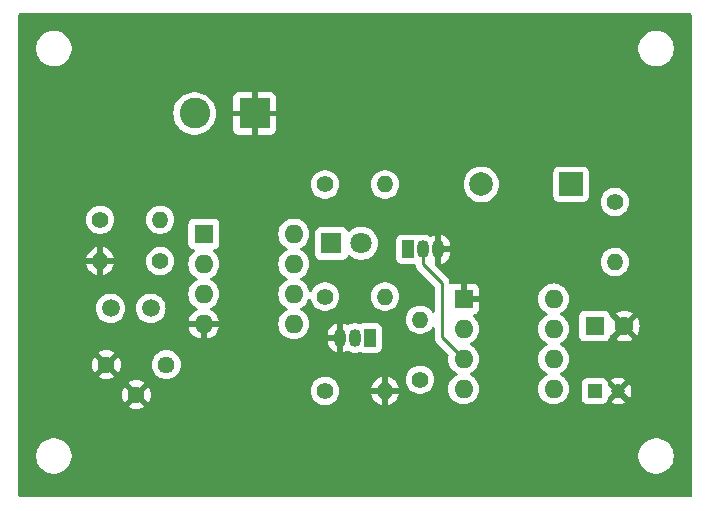
<source format=gbr>
%TF.GenerationSoftware,KiCad,Pcbnew,8.0.5*%
%TF.CreationDate,2025-01-04T17:35:10+03:00*%
%TF.ProjectId,Intruder_Alarm_with_LDR_and_Buzzer,496e7472-7564-4657-925f-416c61726d5f,v01*%
%TF.SameCoordinates,Original*%
%TF.FileFunction,Copper,L2,Bot*%
%TF.FilePolarity,Positive*%
%FSLAX46Y46*%
G04 Gerber Fmt 4.6, Leading zero omitted, Abs format (unit mm)*
G04 Created by KiCad (PCBNEW 8.0.5) date 2025-01-04 17:35:10*
%MOMM*%
%LPD*%
G01*
G04 APERTURE LIST*
%TA.AperFunction,ComponentPad*%
%ADD10R,1.050000X1.500000*%
%TD*%
%TA.AperFunction,ComponentPad*%
%ADD11O,1.050000X1.500000*%
%TD*%
%TA.AperFunction,ComponentPad*%
%ADD12R,2.000000X2.000000*%
%TD*%
%TA.AperFunction,ComponentPad*%
%ADD13C,2.000000*%
%TD*%
%TA.AperFunction,ComponentPad*%
%ADD14C,1.400000*%
%TD*%
%TA.AperFunction,ComponentPad*%
%ADD15O,1.400000X1.400000*%
%TD*%
%TA.AperFunction,ComponentPad*%
%ADD16C,1.440000*%
%TD*%
%TA.AperFunction,ComponentPad*%
%ADD17R,2.600000X2.600000*%
%TD*%
%TA.AperFunction,ComponentPad*%
%ADD18C,2.600000*%
%TD*%
%TA.AperFunction,ComponentPad*%
%ADD19R,1.600000X1.600000*%
%TD*%
%TA.AperFunction,ComponentPad*%
%ADD20C,1.600000*%
%TD*%
%TA.AperFunction,ComponentPad*%
%ADD21C,1.500000*%
%TD*%
%TA.AperFunction,ComponentPad*%
%ADD22O,1.600000X1.600000*%
%TD*%
%TA.AperFunction,ComponentPad*%
%ADD23R,1.800000X1.800000*%
%TD*%
%TA.AperFunction,ComponentPad*%
%ADD24C,1.800000*%
%TD*%
%TA.AperFunction,ComponentPad*%
%ADD25R,1.200000X1.200000*%
%TD*%
%TA.AperFunction,ComponentPad*%
%ADD26C,1.200000*%
%TD*%
%TA.AperFunction,Conductor*%
%ADD27C,0.254000*%
%TD*%
G04 APERTURE END LIST*
D10*
%TO.P,Q1,1,C*%
%TO.N,Net-(BZ1--)*%
X159000000Y-74500000D03*
D11*
%TO.P,Q1,2,B*%
%TO.N,Net-(Q1-B)*%
X160270000Y-74500000D03*
%TO.P,Q1,3,E*%
%TO.N,GND*%
X161540000Y-74500000D03*
%TD*%
D12*
%TO.P,Buzzer,1,+*%
%TO.N,VCC*%
X172800000Y-69000000D03*
D13*
%TO.P,Buzzer,2,-*%
%TO.N,Net-(BZ1--)*%
X165200000Y-69000000D03*
%TD*%
D14*
%TO.P,R2,1*%
%TO.N,VCC*%
X132920000Y-72000000D03*
D15*
%TO.P,R2,2*%
%TO.N,Net-(U1--)*%
X138000000Y-72000000D03*
%TD*%
D10*
%TO.P,Q2,1,C*%
%TO.N,Net-(Q2-C)*%
X155770000Y-82000000D03*
D11*
%TO.P,Q2,2,B*%
%TO.N,Net-(Q2-B)*%
X154500000Y-82000000D03*
%TO.P,Q2,3,E*%
%TO.N,GND*%
X153230000Y-82000000D03*
%TD*%
D14*
%TO.P,R4,1*%
%TO.N,VCC*%
X151960000Y-69000000D03*
D15*
%TO.P,R4,2*%
%TO.N,Net-(D2-A)*%
X157040000Y-69000000D03*
%TD*%
D14*
%TO.P,R5,1*%
%TO.N,Net-(D2-K)*%
X151960000Y-78500000D03*
D15*
%TO.P,R5,2*%
%TO.N,Net-(Q2-B)*%
X157040000Y-78500000D03*
%TD*%
D16*
%TO.P,POT,1,1*%
%TO.N,Net-(U1-+)*%
X138525000Y-84275000D03*
%TO.P,POT,2,2*%
%TO.N,GND*%
X135985000Y-86815000D03*
%TO.P,POT,3,3*%
X133445000Y-84275000D03*
%TD*%
D17*
%TO.P,BAT+,1,Pin_1*%
%TO.N,GND*%
X146000000Y-63000000D03*
D18*
%TO.P,BAT+,2,Pin_2*%
%TO.N,VCC*%
X140920000Y-63000000D03*
%TD*%
D14*
%TO.P,R7,1*%
%TO.N,VCC*%
X160000000Y-85540000D03*
D15*
%TO.P,R7,2*%
%TO.N,Net-(Q2-C)*%
X160000000Y-80460000D03*
%TD*%
D19*
%TO.P,C1,1*%
%TO.N,Net-(U2-DIS)*%
X174794888Y-81000000D03*
D20*
%TO.P,C1,2*%
%TO.N,GND*%
X177294888Y-81000000D03*
%TD*%
D21*
%TO.P,LDR,1*%
%TO.N,VCC*%
X133800000Y-79500000D03*
%TO.P,LDR,2*%
%TO.N,Net-(U1-+)*%
X137200000Y-79500000D03*
%TD*%
D14*
%TO.P,R6,1*%
%TO.N,Net-(Q2-B)*%
X151960000Y-86500000D03*
D15*
%TO.P,R6,2*%
%TO.N,GND*%
X157040000Y-86500000D03*
%TD*%
D19*
%TO.P,CA3080,1,NC*%
%TO.N,unconnected-(U1-NC-Pad1)*%
X141700000Y-73200000D03*
D22*
%TO.P,CA3080,2,-*%
%TO.N,Net-(U1--)*%
X141700000Y-75740000D03*
%TO.P,CA3080,3,+*%
%TO.N,Net-(U1-+)*%
X141700000Y-78280000D03*
%TO.P,CA3080,4,V-*%
%TO.N,GND*%
X141700000Y-80820000D03*
%TO.P,CA3080,5,BIAS*%
%TO.N,unconnected-(U1-BIAS-Pad5)*%
X149320000Y-80820000D03*
%TO.P,CA3080,6*%
%TO.N,Net-(D2-K)*%
X149320000Y-78280000D03*
%TO.P,CA3080,7,V+*%
%TO.N,VCC*%
X149320000Y-75740000D03*
%TO.P,CA3080,8,NC*%
%TO.N,unconnected-(U1-NC-Pad8)*%
X149320000Y-73200000D03*
%TD*%
D19*
%TO.P,555,1,GND*%
%TO.N,GND*%
X163700000Y-78700000D03*
D22*
%TO.P,555,2,TR*%
%TO.N,Net-(Q2-C)*%
X163700000Y-81240000D03*
%TO.P,555,3,Q*%
%TO.N,Net-(Q1-B)*%
X163700000Y-83780000D03*
%TO.P,555,4,R*%
%TO.N,VCC*%
X163700000Y-86320000D03*
%TO.P,555,5,CV*%
%TO.N,Net-(U2-CV)*%
X171320000Y-86320000D03*
%TO.P,555,6,THR*%
%TO.N,Net-(U2-DIS)*%
X171320000Y-83780000D03*
%TO.P,555,7,DIS*%
X171320000Y-81240000D03*
%TO.P,555,8,VCC*%
%TO.N,VCC*%
X171320000Y-78700000D03*
%TD*%
D23*
%TO.P,LED,1,K*%
%TO.N,Net-(D2-K)*%
X152500000Y-74000000D03*
D24*
%TO.P,LED,2,A*%
%TO.N,Net-(D2-A)*%
X155040000Y-74000000D03*
%TD*%
D25*
%TO.P,C2,1*%
%TO.N,Net-(U2-CV)*%
X174794888Y-86500000D03*
D26*
%TO.P,C2,2*%
%TO.N,GND*%
X176794888Y-86500000D03*
%TD*%
D14*
%TO.P,R8,1*%
%TO.N,VCC*%
X176500000Y-70500000D03*
D15*
%TO.P,R8,2*%
%TO.N,Net-(U2-DIS)*%
X176500000Y-75580000D03*
%TD*%
D14*
%TO.P,R3,1*%
%TO.N,Net-(U1--)*%
X138000000Y-75500000D03*
D15*
%TO.P,R3,2*%
%TO.N,GND*%
X132920000Y-75500000D03*
%TD*%
D27*
%TO.N,Net-(Q1-B)*%
X161867602Y-77367602D02*
X160270000Y-75770000D01*
X163700000Y-83780000D02*
X161867602Y-81947602D01*
X160270000Y-75770000D02*
X160270000Y-74500000D01*
X161867602Y-81947602D02*
X161867602Y-77367602D01*
%TD*%
%TA.AperFunction,Conductor*%
%TO.N,GND*%
G36*
X182942539Y-54520185D02*
G01*
X182988294Y-54572989D01*
X182999500Y-54624500D01*
X182999500Y-95375500D01*
X182979815Y-95442539D01*
X182927011Y-95488294D01*
X182875500Y-95499500D01*
X126124500Y-95499500D01*
X126057461Y-95479815D01*
X126011706Y-95427011D01*
X126000500Y-95375500D01*
X126000500Y-91881902D01*
X127499500Y-91881902D01*
X127499500Y-92118097D01*
X127536446Y-92351368D01*
X127609433Y-92575996D01*
X127716657Y-92786433D01*
X127855483Y-92977510D01*
X128022490Y-93144517D01*
X128213567Y-93283343D01*
X128312991Y-93334002D01*
X128424003Y-93390566D01*
X128424005Y-93390566D01*
X128424008Y-93390568D01*
X128544412Y-93429689D01*
X128648631Y-93463553D01*
X128881903Y-93500500D01*
X128881908Y-93500500D01*
X129118097Y-93500500D01*
X129351368Y-93463553D01*
X129575992Y-93390568D01*
X129786433Y-93283343D01*
X129977510Y-93144517D01*
X130144517Y-92977510D01*
X130283343Y-92786433D01*
X130390568Y-92575992D01*
X130463553Y-92351368D01*
X130500500Y-92118097D01*
X130500500Y-91881902D01*
X178499500Y-91881902D01*
X178499500Y-92118097D01*
X178536446Y-92351368D01*
X178609433Y-92575996D01*
X178716657Y-92786433D01*
X178855483Y-92977510D01*
X179022490Y-93144517D01*
X179213567Y-93283343D01*
X179312991Y-93334002D01*
X179424003Y-93390566D01*
X179424005Y-93390566D01*
X179424008Y-93390568D01*
X179544412Y-93429689D01*
X179648631Y-93463553D01*
X179881903Y-93500500D01*
X179881908Y-93500500D01*
X180118097Y-93500500D01*
X180351368Y-93463553D01*
X180575992Y-93390568D01*
X180786433Y-93283343D01*
X180977510Y-93144517D01*
X181144517Y-92977510D01*
X181283343Y-92786433D01*
X181390568Y-92575992D01*
X181463553Y-92351368D01*
X181500500Y-92118097D01*
X181500500Y-91881902D01*
X181463553Y-91648631D01*
X181390566Y-91424003D01*
X181283342Y-91213566D01*
X181144517Y-91022490D01*
X180977510Y-90855483D01*
X180786433Y-90716657D01*
X180575996Y-90609433D01*
X180351368Y-90536446D01*
X180118097Y-90499500D01*
X180118092Y-90499500D01*
X179881908Y-90499500D01*
X179881903Y-90499500D01*
X179648631Y-90536446D01*
X179424003Y-90609433D01*
X179213566Y-90716657D01*
X179104550Y-90795862D01*
X179022490Y-90855483D01*
X179022488Y-90855485D01*
X179022487Y-90855485D01*
X178855485Y-91022487D01*
X178855485Y-91022488D01*
X178855483Y-91022490D01*
X178795862Y-91104550D01*
X178716657Y-91213566D01*
X178609433Y-91424003D01*
X178536446Y-91648631D01*
X178499500Y-91881902D01*
X130500500Y-91881902D01*
X130463553Y-91648631D01*
X130390566Y-91424003D01*
X130283342Y-91213566D01*
X130144517Y-91022490D01*
X129977510Y-90855483D01*
X129786433Y-90716657D01*
X129575996Y-90609433D01*
X129351368Y-90536446D01*
X129118097Y-90499500D01*
X129118092Y-90499500D01*
X128881908Y-90499500D01*
X128881903Y-90499500D01*
X128648631Y-90536446D01*
X128424003Y-90609433D01*
X128213566Y-90716657D01*
X128104550Y-90795862D01*
X128022490Y-90855483D01*
X128022488Y-90855485D01*
X128022487Y-90855485D01*
X127855485Y-91022487D01*
X127855485Y-91022488D01*
X127855483Y-91022490D01*
X127795862Y-91104550D01*
X127716657Y-91213566D01*
X127609433Y-91424003D01*
X127536446Y-91648631D01*
X127499500Y-91881902D01*
X126000500Y-91881902D01*
X126000500Y-86814997D01*
X134760340Y-86814997D01*
X134760340Y-86815002D01*
X134778944Y-87027654D01*
X134778945Y-87027662D01*
X134834194Y-87233853D01*
X134834197Y-87233859D01*
X134924413Y-87427329D01*
X134963415Y-87483030D01*
X135585000Y-86861445D01*
X135585000Y-86867661D01*
X135612259Y-86969394D01*
X135664920Y-87060606D01*
X135739394Y-87135080D01*
X135830606Y-87187741D01*
X135932339Y-87215000D01*
X135938553Y-87215000D01*
X135316968Y-87836584D01*
X135372663Y-87875582D01*
X135372669Y-87875586D01*
X135566140Y-87965802D01*
X135566146Y-87965805D01*
X135772337Y-88021054D01*
X135772345Y-88021055D01*
X135984998Y-88039660D01*
X135985002Y-88039660D01*
X136197654Y-88021055D01*
X136197662Y-88021054D01*
X136403853Y-87965805D01*
X136403864Y-87965801D01*
X136597325Y-87875589D01*
X136653030Y-87836583D01*
X136031448Y-87215000D01*
X136037661Y-87215000D01*
X136139394Y-87187741D01*
X136230606Y-87135080D01*
X136305080Y-87060606D01*
X136357741Y-86969394D01*
X136385000Y-86867661D01*
X136385000Y-86861446D01*
X137006583Y-87483029D01*
X137045589Y-87427325D01*
X137135801Y-87233864D01*
X137135805Y-87233853D01*
X137191054Y-87027662D01*
X137191055Y-87027654D01*
X137209660Y-86815002D01*
X137209660Y-86814997D01*
X137191055Y-86602345D01*
X137191054Y-86602337D01*
X137163632Y-86499999D01*
X150754357Y-86499999D01*
X150754357Y-86500000D01*
X150774884Y-86721535D01*
X150774885Y-86721537D01*
X150835769Y-86935523D01*
X150835775Y-86935538D01*
X150934938Y-87134683D01*
X150934943Y-87134691D01*
X151069020Y-87312238D01*
X151233437Y-87462123D01*
X151233439Y-87462125D01*
X151422595Y-87579245D01*
X151422596Y-87579245D01*
X151422599Y-87579247D01*
X151630060Y-87659618D01*
X151848757Y-87700500D01*
X151848759Y-87700500D01*
X152071241Y-87700500D01*
X152071243Y-87700500D01*
X152289940Y-87659618D01*
X152497401Y-87579247D01*
X152686562Y-87462124D01*
X152850981Y-87312236D01*
X152985058Y-87134689D01*
X153084229Y-86935528D01*
X153137016Y-86750000D01*
X155863505Y-86750000D01*
X155916239Y-86935349D01*
X156015368Y-87134425D01*
X156149391Y-87311900D01*
X156313738Y-87461721D01*
X156502820Y-87578797D01*
X156502822Y-87578798D01*
X156710195Y-87659135D01*
X156790000Y-87674052D01*
X157290000Y-87674052D01*
X157369804Y-87659135D01*
X157577177Y-87578798D01*
X157577179Y-87578797D01*
X157766261Y-87461721D01*
X157930608Y-87311900D01*
X158064631Y-87134425D01*
X158163760Y-86935349D01*
X158216495Y-86750000D01*
X157290000Y-86750000D01*
X157290000Y-87674052D01*
X156790000Y-87674052D01*
X156790000Y-86750000D01*
X155863505Y-86750000D01*
X153137016Y-86750000D01*
X153145115Y-86721536D01*
X153165643Y-86500000D01*
X153161373Y-86453922D01*
X156690000Y-86453922D01*
X156690000Y-86546078D01*
X156713852Y-86635095D01*
X156759930Y-86714905D01*
X156825095Y-86780070D01*
X156904905Y-86826148D01*
X156993922Y-86850000D01*
X157086078Y-86850000D01*
X157175095Y-86826148D01*
X157254905Y-86780070D01*
X157320070Y-86714905D01*
X157366148Y-86635095D01*
X157390000Y-86546078D01*
X157390000Y-86453922D01*
X157366148Y-86364905D01*
X157320070Y-86285095D01*
X157284975Y-86250000D01*
X157290000Y-86250000D01*
X158216495Y-86250000D01*
X158163760Y-86064650D01*
X158064631Y-85865574D01*
X157930608Y-85688099D01*
X157768149Y-85539999D01*
X158794357Y-85539999D01*
X158794357Y-85540000D01*
X158814884Y-85761535D01*
X158814885Y-85761537D01*
X158875769Y-85975523D01*
X158875775Y-85975538D01*
X158974938Y-86174683D01*
X158974943Y-86174691D01*
X159109020Y-86352238D01*
X159273437Y-86502123D01*
X159273439Y-86502125D01*
X159462595Y-86619245D01*
X159462596Y-86619245D01*
X159462599Y-86619247D01*
X159670060Y-86699618D01*
X159888757Y-86740500D01*
X159888759Y-86740500D01*
X160111241Y-86740500D01*
X160111243Y-86740500D01*
X160329940Y-86699618D01*
X160537401Y-86619247D01*
X160726562Y-86502124D01*
X160890981Y-86352236D01*
X161025058Y-86174689D01*
X161124229Y-85975528D01*
X161185115Y-85761536D01*
X161205643Y-85540000D01*
X161205483Y-85538278D01*
X161185115Y-85318464D01*
X161185114Y-85318462D01*
X161178889Y-85296584D01*
X161124229Y-85104472D01*
X161096616Y-85049017D01*
X161025061Y-84905316D01*
X161025056Y-84905308D01*
X160890979Y-84727761D01*
X160726562Y-84577876D01*
X160726560Y-84577874D01*
X160537404Y-84460754D01*
X160537398Y-84460752D01*
X160329940Y-84380382D01*
X160111243Y-84339500D01*
X159888757Y-84339500D01*
X159670060Y-84380382D01*
X159543546Y-84429394D01*
X159462601Y-84460752D01*
X159462595Y-84460754D01*
X159273439Y-84577874D01*
X159273437Y-84577876D01*
X159109020Y-84727761D01*
X158974943Y-84905308D01*
X158974938Y-84905316D01*
X158875775Y-85104461D01*
X158875769Y-85104476D01*
X158814885Y-85318462D01*
X158814884Y-85318464D01*
X158794357Y-85539999D01*
X157768149Y-85539999D01*
X157766261Y-85538278D01*
X157577179Y-85421202D01*
X157577177Y-85421201D01*
X157369799Y-85340864D01*
X157290000Y-85325946D01*
X157290000Y-86250000D01*
X157284975Y-86250000D01*
X157254905Y-86219930D01*
X157175095Y-86173852D01*
X157086078Y-86150000D01*
X156993922Y-86150000D01*
X156904905Y-86173852D01*
X156825095Y-86219930D01*
X156759930Y-86285095D01*
X156713852Y-86364905D01*
X156690000Y-86453922D01*
X153161373Y-86453922D01*
X153145115Y-86278464D01*
X153137016Y-86250000D01*
X155863505Y-86250000D01*
X156790000Y-86250000D01*
X156790000Y-85325946D01*
X156710200Y-85340864D01*
X156502822Y-85421201D01*
X156502820Y-85421202D01*
X156313738Y-85538278D01*
X156149391Y-85688099D01*
X156015368Y-85865574D01*
X155916239Y-86064650D01*
X155863505Y-86250000D01*
X153137016Y-86250000D01*
X153084229Y-86064472D01*
X153039940Y-85975528D01*
X152985061Y-85865316D01*
X152985056Y-85865308D01*
X152850979Y-85687761D01*
X152686562Y-85537876D01*
X152686560Y-85537874D01*
X152497404Y-85420754D01*
X152497398Y-85420752D01*
X152289940Y-85340382D01*
X152071243Y-85299500D01*
X151848757Y-85299500D01*
X151630060Y-85340382D01*
X151498864Y-85391207D01*
X151422601Y-85420752D01*
X151422595Y-85420754D01*
X151233439Y-85537874D01*
X151233437Y-85537876D01*
X151069020Y-85687761D01*
X150934943Y-85865308D01*
X150934938Y-85865316D01*
X150835775Y-86064461D01*
X150835769Y-86064476D01*
X150774885Y-86278462D01*
X150774884Y-86278464D01*
X150754357Y-86499999D01*
X137163632Y-86499999D01*
X137135805Y-86396146D01*
X137135802Y-86396140D01*
X137045586Y-86202669D01*
X137045582Y-86202663D01*
X137006584Y-86146968D01*
X136385000Y-86768552D01*
X136385000Y-86762339D01*
X136357741Y-86660606D01*
X136305080Y-86569394D01*
X136230606Y-86494920D01*
X136139394Y-86442259D01*
X136037661Y-86415000D01*
X136031447Y-86415000D01*
X136653030Y-85793415D01*
X136597329Y-85754413D01*
X136403859Y-85664197D01*
X136403853Y-85664194D01*
X136197662Y-85608945D01*
X136197654Y-85608944D01*
X135985002Y-85590340D01*
X135984998Y-85590340D01*
X135772345Y-85608944D01*
X135772337Y-85608945D01*
X135566146Y-85664194D01*
X135566140Y-85664197D01*
X135372671Y-85754412D01*
X135372669Y-85754413D01*
X135316969Y-85793415D01*
X135316968Y-85793415D01*
X135938554Y-86415000D01*
X135932339Y-86415000D01*
X135830606Y-86442259D01*
X135739394Y-86494920D01*
X135664920Y-86569394D01*
X135612259Y-86660606D01*
X135585000Y-86762339D01*
X135585000Y-86768553D01*
X134963415Y-86146968D01*
X134963415Y-86146969D01*
X134924413Y-86202669D01*
X134924412Y-86202671D01*
X134834197Y-86396140D01*
X134834194Y-86396146D01*
X134778945Y-86602337D01*
X134778944Y-86602345D01*
X134760340Y-86814997D01*
X126000500Y-86814997D01*
X126000500Y-84274997D01*
X132220340Y-84274997D01*
X132220340Y-84275002D01*
X132238944Y-84487654D01*
X132238945Y-84487662D01*
X132294194Y-84693853D01*
X132294197Y-84693859D01*
X132384413Y-84887329D01*
X132423415Y-84943030D01*
X133045000Y-84321445D01*
X133045000Y-84327661D01*
X133072259Y-84429394D01*
X133124920Y-84520606D01*
X133199394Y-84595080D01*
X133290606Y-84647741D01*
X133392339Y-84675000D01*
X133398553Y-84675000D01*
X132776968Y-85296584D01*
X132832663Y-85335582D01*
X132832669Y-85335586D01*
X133026140Y-85425802D01*
X133026146Y-85425805D01*
X133232337Y-85481054D01*
X133232345Y-85481055D01*
X133444998Y-85499660D01*
X133445002Y-85499660D01*
X133657654Y-85481055D01*
X133657662Y-85481054D01*
X133863853Y-85425805D01*
X133863864Y-85425801D01*
X134057325Y-85335589D01*
X134113030Y-85296583D01*
X133491448Y-84675000D01*
X133497661Y-84675000D01*
X133599394Y-84647741D01*
X133690606Y-84595080D01*
X133765080Y-84520606D01*
X133817741Y-84429394D01*
X133845000Y-84327661D01*
X133845000Y-84321446D01*
X134466583Y-84943029D01*
X134505589Y-84887325D01*
X134595801Y-84693864D01*
X134595805Y-84693853D01*
X134651054Y-84487662D01*
X134651055Y-84487654D01*
X134669660Y-84275002D01*
X134669660Y-84274998D01*
X137299838Y-84274998D01*
X137299838Y-84275001D01*
X137318450Y-84487741D01*
X137318452Y-84487752D01*
X137373721Y-84694022D01*
X137373723Y-84694026D01*
X137373724Y-84694030D01*
X137389453Y-84727761D01*
X137463977Y-84887578D01*
X137463978Y-84887580D01*
X137463979Y-84887581D01*
X137476394Y-84905311D01*
X137586472Y-85062521D01*
X137737478Y-85213527D01*
X137737481Y-85213529D01*
X137912419Y-85336021D01*
X137912421Y-85336022D01*
X137912420Y-85336022D01*
X137976936Y-85366106D01*
X138105970Y-85426276D01*
X138105976Y-85426277D01*
X138105977Y-85426278D01*
X138155627Y-85439581D01*
X138312253Y-85481549D01*
X138464215Y-85494844D01*
X138524998Y-85500162D01*
X138525000Y-85500162D01*
X138525002Y-85500162D01*
X138578186Y-85495508D01*
X138737747Y-85481549D01*
X138944030Y-85426276D01*
X139137581Y-85336021D01*
X139312519Y-85213529D01*
X139463529Y-85062519D01*
X139586021Y-84887581D01*
X139676276Y-84694030D01*
X139731549Y-84487747D01*
X139750162Y-84275000D01*
X139731549Y-84062253D01*
X139676276Y-83855970D01*
X139586021Y-83662419D01*
X139463529Y-83487481D01*
X139463527Y-83487478D01*
X139312521Y-83336472D01*
X139137578Y-83213977D01*
X139137579Y-83213977D01*
X139001777Y-83150652D01*
X138944030Y-83123724D01*
X138944026Y-83123723D01*
X138944022Y-83123721D01*
X138737752Y-83068452D01*
X138737748Y-83068451D01*
X138737747Y-83068451D01*
X138737746Y-83068450D01*
X138737741Y-83068450D01*
X138525002Y-83049838D01*
X138524998Y-83049838D01*
X138312258Y-83068450D01*
X138312247Y-83068452D01*
X138105977Y-83123721D01*
X138105968Y-83123725D01*
X137912421Y-83213977D01*
X137737478Y-83336472D01*
X137586472Y-83487478D01*
X137463977Y-83662421D01*
X137373725Y-83855968D01*
X137373721Y-83855977D01*
X137318452Y-84062247D01*
X137318450Y-84062258D01*
X137299838Y-84274998D01*
X134669660Y-84274998D01*
X134669660Y-84274997D01*
X134651055Y-84062345D01*
X134651054Y-84062337D01*
X134595805Y-83856146D01*
X134595802Y-83856140D01*
X134505586Y-83662669D01*
X134505582Y-83662663D01*
X134466584Y-83606968D01*
X133845000Y-84228552D01*
X133845000Y-84222339D01*
X133817741Y-84120606D01*
X133765080Y-84029394D01*
X133690606Y-83954920D01*
X133599394Y-83902259D01*
X133497661Y-83875000D01*
X133491447Y-83875000D01*
X134113030Y-83253415D01*
X134057329Y-83214413D01*
X133863859Y-83124197D01*
X133863853Y-83124194D01*
X133657662Y-83068945D01*
X133657654Y-83068944D01*
X133445002Y-83050340D01*
X133444998Y-83050340D01*
X133232345Y-83068944D01*
X133232337Y-83068945D01*
X133026146Y-83124194D01*
X133026140Y-83124197D01*
X132832671Y-83214412D01*
X132832669Y-83214413D01*
X132776969Y-83253415D01*
X132776968Y-83253415D01*
X133398554Y-83875000D01*
X133392339Y-83875000D01*
X133290606Y-83902259D01*
X133199394Y-83954920D01*
X133124920Y-84029394D01*
X133072259Y-84120606D01*
X133045000Y-84222339D01*
X133045000Y-84228553D01*
X132423415Y-83606968D01*
X132423415Y-83606969D01*
X132384413Y-83662669D01*
X132384412Y-83662671D01*
X132294197Y-83856140D01*
X132294194Y-83856146D01*
X132238945Y-84062337D01*
X132238944Y-84062345D01*
X132220340Y-84274997D01*
X126000500Y-84274997D01*
X126000500Y-79499997D01*
X132544723Y-79499997D01*
X132544723Y-79500002D01*
X132548147Y-79539139D01*
X132562224Y-79700047D01*
X132563793Y-79717975D01*
X132563793Y-79717979D01*
X132620422Y-79929322D01*
X132620424Y-79929326D01*
X132620425Y-79929330D01*
X132659563Y-80013261D01*
X132712897Y-80127638D01*
X132712898Y-80127639D01*
X132838402Y-80306877D01*
X132993123Y-80461598D01*
X133172361Y-80587102D01*
X133370670Y-80679575D01*
X133370676Y-80679576D01*
X133370677Y-80679577D01*
X133377992Y-80681537D01*
X133582023Y-80736207D01*
X133764926Y-80752208D01*
X133799998Y-80755277D01*
X133800000Y-80755277D01*
X133800002Y-80755277D01*
X133828254Y-80752805D01*
X134017977Y-80736207D01*
X134229330Y-80679575D01*
X134427639Y-80587102D01*
X134606877Y-80461598D01*
X134761598Y-80306877D01*
X134887102Y-80127639D01*
X134979575Y-79929330D01*
X135036207Y-79717977D01*
X135052805Y-79528254D01*
X135055277Y-79500002D01*
X135055277Y-79499997D01*
X135944723Y-79499997D01*
X135944723Y-79500002D01*
X135948147Y-79539139D01*
X135962224Y-79700047D01*
X135963793Y-79717975D01*
X135963793Y-79717979D01*
X136020422Y-79929322D01*
X136020424Y-79929326D01*
X136020425Y-79929330D01*
X136059563Y-80013261D01*
X136112897Y-80127638D01*
X136112898Y-80127639D01*
X136238402Y-80306877D01*
X136393123Y-80461598D01*
X136572361Y-80587102D01*
X136770670Y-80679575D01*
X136770676Y-80679576D01*
X136770677Y-80679577D01*
X136777992Y-80681537D01*
X136982023Y-80736207D01*
X137164926Y-80752208D01*
X137199998Y-80755277D01*
X137200000Y-80755277D01*
X137200002Y-80755277D01*
X137228254Y-80752805D01*
X137417977Y-80736207D01*
X137629330Y-80679575D01*
X137827639Y-80587102D01*
X138006877Y-80461598D01*
X138161598Y-80306877D01*
X138287102Y-80127639D01*
X138379575Y-79929330D01*
X138436207Y-79717977D01*
X138452805Y-79528254D01*
X138455277Y-79500002D01*
X138455277Y-79499997D01*
X138447453Y-79410567D01*
X138436207Y-79282023D01*
X138379575Y-79070670D01*
X138287102Y-78872362D01*
X138287100Y-78872359D01*
X138287099Y-78872357D01*
X138161599Y-78693124D01*
X138115814Y-78647339D01*
X138006877Y-78538402D01*
X137827639Y-78412898D01*
X137827640Y-78412898D01*
X137827638Y-78412897D01*
X137728484Y-78366661D01*
X137629330Y-78320425D01*
X137629326Y-78320424D01*
X137629322Y-78320422D01*
X137417977Y-78263793D01*
X137200002Y-78244723D01*
X137199998Y-78244723D01*
X137054682Y-78257436D01*
X136982023Y-78263793D01*
X136982020Y-78263793D01*
X136770677Y-78320422D01*
X136770668Y-78320426D01*
X136572361Y-78412898D01*
X136572357Y-78412900D01*
X136393121Y-78538402D01*
X136238402Y-78693121D01*
X136112900Y-78872357D01*
X136112898Y-78872361D01*
X136020426Y-79070668D01*
X136020422Y-79070677D01*
X135963793Y-79282020D01*
X135963793Y-79282024D01*
X135944723Y-79499997D01*
X135055277Y-79499997D01*
X135047453Y-79410567D01*
X135036207Y-79282023D01*
X134979575Y-79070670D01*
X134887102Y-78872362D01*
X134887100Y-78872359D01*
X134887099Y-78872357D01*
X134761599Y-78693124D01*
X134715814Y-78647339D01*
X134606877Y-78538402D01*
X134427639Y-78412898D01*
X134427640Y-78412898D01*
X134427638Y-78412897D01*
X134328484Y-78366661D01*
X134229330Y-78320425D01*
X134229326Y-78320424D01*
X134229322Y-78320422D01*
X134017977Y-78263793D01*
X133800002Y-78244723D01*
X133799998Y-78244723D01*
X133654682Y-78257436D01*
X133582023Y-78263793D01*
X133582020Y-78263793D01*
X133370677Y-78320422D01*
X133370668Y-78320426D01*
X133172361Y-78412898D01*
X133172357Y-78412900D01*
X132993121Y-78538402D01*
X132838402Y-78693121D01*
X132712900Y-78872357D01*
X132712898Y-78872361D01*
X132620426Y-79070668D01*
X132620422Y-79070677D01*
X132563793Y-79282020D01*
X132563793Y-79282024D01*
X132544723Y-79499997D01*
X126000500Y-79499997D01*
X126000500Y-75750000D01*
X131743505Y-75750000D01*
X131796239Y-75935349D01*
X131895368Y-76134425D01*
X132029391Y-76311900D01*
X132193738Y-76461721D01*
X132382820Y-76578797D01*
X132382822Y-76578798D01*
X132590195Y-76659135D01*
X132670000Y-76674052D01*
X133170000Y-76674052D01*
X133249804Y-76659135D01*
X133457177Y-76578798D01*
X133457179Y-76578797D01*
X133646261Y-76461721D01*
X133810608Y-76311900D01*
X133944631Y-76134425D01*
X134043760Y-75935349D01*
X134096495Y-75750000D01*
X133170000Y-75750000D01*
X133170000Y-76674052D01*
X132670000Y-76674052D01*
X132670000Y-75750000D01*
X131743505Y-75750000D01*
X126000500Y-75750000D01*
X126000500Y-75453922D01*
X132570000Y-75453922D01*
X132570000Y-75546078D01*
X132593852Y-75635095D01*
X132639930Y-75714905D01*
X132705095Y-75780070D01*
X132784905Y-75826148D01*
X132873922Y-75850000D01*
X132966078Y-75850000D01*
X133055095Y-75826148D01*
X133134905Y-75780070D01*
X133200070Y-75714905D01*
X133246148Y-75635095D01*
X133270000Y-75546078D01*
X133270000Y-75499999D01*
X136794357Y-75499999D01*
X136794357Y-75500000D01*
X136814884Y-75721535D01*
X136814885Y-75721537D01*
X136875769Y-75935523D01*
X136875775Y-75935538D01*
X136974938Y-76134683D01*
X136974943Y-76134691D01*
X137109020Y-76312238D01*
X137273437Y-76462123D01*
X137273439Y-76462125D01*
X137462595Y-76579245D01*
X137462596Y-76579245D01*
X137462599Y-76579247D01*
X137670060Y-76659618D01*
X137888757Y-76700500D01*
X137888759Y-76700500D01*
X138111241Y-76700500D01*
X138111243Y-76700500D01*
X138329940Y-76659618D01*
X138537401Y-76579247D01*
X138726562Y-76462124D01*
X138890981Y-76312236D01*
X139025058Y-76134689D01*
X139124229Y-75935528D01*
X139179862Y-75739998D01*
X140394532Y-75739998D01*
X140394532Y-75740001D01*
X140414364Y-75966686D01*
X140414366Y-75966697D01*
X140473258Y-76186488D01*
X140473261Y-76186497D01*
X140569431Y-76392732D01*
X140569432Y-76392734D01*
X140699954Y-76579141D01*
X140860858Y-76740045D01*
X140860861Y-76740047D01*
X141047266Y-76870568D01*
X141067905Y-76880192D01*
X141105275Y-76897618D01*
X141157714Y-76943791D01*
X141176866Y-77010984D01*
X141156650Y-77077865D01*
X141105275Y-77122382D01*
X141047267Y-77149431D01*
X141047265Y-77149432D01*
X140860858Y-77279954D01*
X140699954Y-77440858D01*
X140569432Y-77627265D01*
X140569431Y-77627267D01*
X140473261Y-77833502D01*
X140473258Y-77833511D01*
X140414366Y-78053302D01*
X140414364Y-78053313D01*
X140394532Y-78279998D01*
X140394532Y-78280001D01*
X140414364Y-78506686D01*
X140414366Y-78506697D01*
X140473258Y-78726488D01*
X140473261Y-78726497D01*
X140569431Y-78932732D01*
X140569432Y-78932734D01*
X140699954Y-79119141D01*
X140860858Y-79280045D01*
X140860861Y-79280047D01*
X141047266Y-79410568D01*
X141105865Y-79437893D01*
X141158305Y-79484065D01*
X141177457Y-79551258D01*
X141157242Y-79618139D01*
X141105867Y-79662657D01*
X141047515Y-79689867D01*
X140861179Y-79820342D01*
X140700342Y-79981179D01*
X140569865Y-80167517D01*
X140473734Y-80373673D01*
X140473730Y-80373682D01*
X140421127Y-80569999D01*
X140421128Y-80570000D01*
X141384314Y-80570000D01*
X141379920Y-80574394D01*
X141327259Y-80665606D01*
X141300000Y-80767339D01*
X141300000Y-80872661D01*
X141327259Y-80974394D01*
X141379920Y-81065606D01*
X141384314Y-81070000D01*
X140421128Y-81070000D01*
X140473730Y-81266317D01*
X140473734Y-81266326D01*
X140569865Y-81472482D01*
X140700342Y-81658820D01*
X140861179Y-81819657D01*
X141047517Y-81950134D01*
X141253673Y-82046265D01*
X141253682Y-82046269D01*
X141449999Y-82098872D01*
X141450000Y-82098871D01*
X141450000Y-81135686D01*
X141454394Y-81140080D01*
X141545606Y-81192741D01*
X141647339Y-81220000D01*
X141752661Y-81220000D01*
X141854394Y-81192741D01*
X141945606Y-81140080D01*
X141950000Y-81135686D01*
X141950000Y-82098872D01*
X142146317Y-82046269D01*
X142146326Y-82046265D01*
X142352482Y-81950134D01*
X142538820Y-81819657D01*
X142699657Y-81658820D01*
X142830134Y-81472482D01*
X142926265Y-81266326D01*
X142926269Y-81266317D01*
X142978872Y-81070000D01*
X142015686Y-81070000D01*
X142020080Y-81065606D01*
X142072741Y-80974394D01*
X142100000Y-80872661D01*
X142100000Y-80767339D01*
X142072741Y-80665606D01*
X142020080Y-80574394D01*
X142015686Y-80570000D01*
X142978872Y-80570000D01*
X142978872Y-80569999D01*
X142926269Y-80373682D01*
X142926265Y-80373673D01*
X142830134Y-80167517D01*
X142699657Y-79981179D01*
X142538820Y-79820342D01*
X142352482Y-79689865D01*
X142294133Y-79662657D01*
X142241694Y-79616484D01*
X142222542Y-79549291D01*
X142242758Y-79482410D01*
X142294129Y-79437895D01*
X142352734Y-79410568D01*
X142539139Y-79280047D01*
X142700047Y-79119139D01*
X142830568Y-78932734D01*
X142926739Y-78726496D01*
X142985635Y-78506692D01*
X143005468Y-78280000D01*
X143005333Y-78278462D01*
X142986612Y-78064476D01*
X142985635Y-78053308D01*
X142934069Y-77860861D01*
X142926741Y-77833511D01*
X142926738Y-77833502D01*
X142830568Y-77627266D01*
X142711099Y-77456645D01*
X142700045Y-77440858D01*
X142539141Y-77279954D01*
X142352734Y-77149432D01*
X142352728Y-77149429D01*
X142294725Y-77122382D01*
X142242285Y-77076210D01*
X142223133Y-77009017D01*
X142243348Y-76942135D01*
X142294725Y-76897618D01*
X142352734Y-76870568D01*
X142539139Y-76740047D01*
X142700047Y-76579139D01*
X142830568Y-76392734D01*
X142926739Y-76186496D01*
X142985635Y-75966692D01*
X143004549Y-75750500D01*
X143005468Y-75740001D01*
X143005468Y-75739998D01*
X142993880Y-75607546D01*
X142985635Y-75513308D01*
X142940214Y-75343793D01*
X142926741Y-75293511D01*
X142926738Y-75293502D01*
X142909970Y-75257544D01*
X142830568Y-75087266D01*
X142700047Y-74900861D01*
X142700045Y-74900858D01*
X142539143Y-74739956D01*
X142514536Y-74722726D01*
X142470912Y-74668149D01*
X142463719Y-74598650D01*
X142495241Y-74536296D01*
X142555471Y-74500882D01*
X142572404Y-74497861D01*
X142607483Y-74494091D01*
X142742331Y-74443796D01*
X142857546Y-74357546D01*
X142943796Y-74242331D01*
X142994091Y-74107483D01*
X143000500Y-74047873D01*
X143000499Y-73199998D01*
X148014532Y-73199998D01*
X148014532Y-73200001D01*
X148034364Y-73426686D01*
X148034366Y-73426697D01*
X148093258Y-73646488D01*
X148093261Y-73646497D01*
X148189431Y-73852732D01*
X148189432Y-73852734D01*
X148319954Y-74039141D01*
X148480858Y-74200045D01*
X148480861Y-74200047D01*
X148667266Y-74330568D01*
X148725275Y-74357618D01*
X148777714Y-74403791D01*
X148796866Y-74470984D01*
X148776650Y-74537865D01*
X148725275Y-74582382D01*
X148667267Y-74609431D01*
X148667265Y-74609432D01*
X148480858Y-74739954D01*
X148319954Y-74900858D01*
X148189432Y-75087265D01*
X148189431Y-75087267D01*
X148093261Y-75293502D01*
X148093258Y-75293511D01*
X148034366Y-75513302D01*
X148034364Y-75513313D01*
X148014532Y-75739998D01*
X148014532Y-75740001D01*
X148034364Y-75966686D01*
X148034366Y-75966697D01*
X148093258Y-76186488D01*
X148093261Y-76186497D01*
X148189431Y-76392732D01*
X148189432Y-76392734D01*
X148319954Y-76579141D01*
X148480858Y-76740045D01*
X148480861Y-76740047D01*
X148667266Y-76870568D01*
X148687905Y-76880192D01*
X148725275Y-76897618D01*
X148777714Y-76943791D01*
X148796866Y-77010984D01*
X148776650Y-77077865D01*
X148725275Y-77122382D01*
X148667267Y-77149431D01*
X148667265Y-77149432D01*
X148480858Y-77279954D01*
X148319954Y-77440858D01*
X148189432Y-77627265D01*
X148189431Y-77627267D01*
X148093261Y-77833502D01*
X148093258Y-77833511D01*
X148034366Y-78053302D01*
X148034364Y-78053313D01*
X148014532Y-78279998D01*
X148014532Y-78280001D01*
X148034364Y-78506686D01*
X148034366Y-78506697D01*
X148093258Y-78726488D01*
X148093261Y-78726497D01*
X148189431Y-78932732D01*
X148189432Y-78932734D01*
X148319954Y-79119141D01*
X148480858Y-79280045D01*
X148480861Y-79280047D01*
X148667266Y-79410568D01*
X148725275Y-79437618D01*
X148777714Y-79483791D01*
X148796866Y-79550984D01*
X148776650Y-79617865D01*
X148725275Y-79662382D01*
X148667267Y-79689431D01*
X148667265Y-79689432D01*
X148480858Y-79819954D01*
X148319954Y-79980858D01*
X148189432Y-80167265D01*
X148189431Y-80167267D01*
X148093261Y-80373502D01*
X148093258Y-80373511D01*
X148034366Y-80593302D01*
X148034364Y-80593313D01*
X148014532Y-80819998D01*
X148014532Y-80820001D01*
X148034364Y-81046686D01*
X148034366Y-81046697D01*
X148093258Y-81266488D01*
X148093261Y-81266497D01*
X148189431Y-81472732D01*
X148189432Y-81472734D01*
X148319954Y-81659141D01*
X148480858Y-81820045D01*
X148480861Y-81820047D01*
X148667266Y-81950568D01*
X148873504Y-82046739D01*
X149093308Y-82105635D01*
X149255230Y-82119801D01*
X149319998Y-82125468D01*
X149320000Y-82125468D01*
X149320002Y-82125468D01*
X149376673Y-82120509D01*
X149546692Y-82105635D01*
X149766496Y-82046739D01*
X149972734Y-81950568D01*
X150159139Y-81820047D01*
X150305145Y-81674041D01*
X152205000Y-81674041D01*
X152205000Y-81750000D01*
X152949670Y-81750000D01*
X152929925Y-81769745D01*
X152880556Y-81855255D01*
X152855000Y-81950630D01*
X152855000Y-82049370D01*
X152880556Y-82144745D01*
X152929925Y-82230255D01*
X152949670Y-82250000D01*
X152205000Y-82250000D01*
X152205000Y-82325958D01*
X152244387Y-82523974D01*
X152244390Y-82523983D01*
X152321652Y-82710513D01*
X152321659Y-82710526D01*
X152433829Y-82878399D01*
X152433832Y-82878403D01*
X152576596Y-83021167D01*
X152576600Y-83021170D01*
X152744473Y-83133340D01*
X152744486Y-83133347D01*
X152931016Y-83210609D01*
X152931025Y-83210612D01*
X152980000Y-83220353D01*
X152980000Y-82280330D01*
X152999745Y-82300075D01*
X153085255Y-82349444D01*
X153180630Y-82375000D01*
X153279370Y-82375000D01*
X153374745Y-82349444D01*
X153460255Y-82300075D01*
X153474500Y-82285830D01*
X153474500Y-82326002D01*
X153477617Y-82341671D01*
X153480000Y-82365865D01*
X153480000Y-83220352D01*
X153528974Y-83210612D01*
X153528983Y-83210609D01*
X153715515Y-83133346D01*
X153715518Y-83133344D01*
X153795658Y-83079796D01*
X153862335Y-83058917D01*
X153929716Y-83077401D01*
X153933422Y-83079783D01*
X154014244Y-83133786D01*
X154200873Y-83211091D01*
X154366777Y-83244091D01*
X154398992Y-83250499D01*
X154398996Y-83250500D01*
X154398997Y-83250500D01*
X154601004Y-83250500D01*
X154601005Y-83250499D01*
X154799127Y-83211091D01*
X154800284Y-83210612D01*
X154842879Y-83192968D01*
X154879798Y-83177674D01*
X154949267Y-83170205D01*
X154994658Y-83189962D01*
X154994886Y-83189546D01*
X154999540Y-83192087D01*
X155001562Y-83192967D01*
X155002669Y-83193796D01*
X155002670Y-83193796D01*
X155002671Y-83193797D01*
X155137517Y-83244091D01*
X155137516Y-83244091D01*
X155144444Y-83244835D01*
X155197127Y-83250500D01*
X156342872Y-83250499D01*
X156402483Y-83244091D01*
X156537331Y-83193796D01*
X156652546Y-83107546D01*
X156738796Y-82992331D01*
X156789091Y-82857483D01*
X156795500Y-82797873D01*
X156795499Y-81202128D01*
X156789091Y-81142517D01*
X156781289Y-81121600D01*
X156738797Y-81007671D01*
X156738793Y-81007664D01*
X156652547Y-80892455D01*
X156652544Y-80892452D01*
X156537335Y-80806206D01*
X156537328Y-80806202D01*
X156402482Y-80755908D01*
X156402483Y-80755908D01*
X156342883Y-80749501D01*
X156342881Y-80749500D01*
X156342873Y-80749500D01*
X156342864Y-80749500D01*
X155197129Y-80749500D01*
X155197123Y-80749501D01*
X155137516Y-80755908D01*
X155002672Y-80806202D01*
X155002665Y-80806206D01*
X155001556Y-80807037D01*
X155000258Y-80807520D01*
X154994887Y-80810454D01*
X154994465Y-80809681D01*
X154936090Y-80831449D01*
X154879800Y-80822325D01*
X154799127Y-80788909D01*
X154799119Y-80788907D01*
X154601007Y-80749500D01*
X154601003Y-80749500D01*
X154398997Y-80749500D01*
X154398992Y-80749500D01*
X154200880Y-80788907D01*
X154200872Y-80788909D01*
X154014243Y-80866214D01*
X153933439Y-80920204D01*
X153866761Y-80941081D01*
X153799382Y-80922595D01*
X153795659Y-80920203D01*
X153715526Y-80866659D01*
X153715513Y-80866652D01*
X153528984Y-80789390D01*
X153528977Y-80789388D01*
X153480000Y-80779645D01*
X153480000Y-81634134D01*
X153477617Y-81658326D01*
X153474500Y-81673995D01*
X153474500Y-81714170D01*
X153460255Y-81699925D01*
X153374745Y-81650556D01*
X153279370Y-81625000D01*
X153180630Y-81625000D01*
X153085255Y-81650556D01*
X152999745Y-81699925D01*
X152980000Y-81719670D01*
X152980000Y-80779646D01*
X152979999Y-80779645D01*
X152931022Y-80789388D01*
X152931015Y-80789390D01*
X152744486Y-80866652D01*
X152744473Y-80866659D01*
X152576600Y-80978829D01*
X152576596Y-80978832D01*
X152433832Y-81121596D01*
X152433829Y-81121600D01*
X152321659Y-81289473D01*
X152321652Y-81289486D01*
X152244390Y-81476016D01*
X152244387Y-81476025D01*
X152205000Y-81674041D01*
X150305145Y-81674041D01*
X150320047Y-81659139D01*
X150450568Y-81472734D01*
X150546739Y-81266496D01*
X150605635Y-81046692D01*
X150625468Y-80820000D01*
X150621937Y-80779646D01*
X150613354Y-80681535D01*
X150605635Y-80593308D01*
X150554069Y-80400861D01*
X150546741Y-80373511D01*
X150546738Y-80373502D01*
X150484463Y-80239954D01*
X150450568Y-80167266D01*
X150320047Y-79980861D01*
X150320045Y-79980858D01*
X150159141Y-79819954D01*
X149972734Y-79689432D01*
X149972728Y-79689429D01*
X149914725Y-79662382D01*
X149862285Y-79616210D01*
X149843133Y-79549017D01*
X149863348Y-79482135D01*
X149914725Y-79437618D01*
X149972734Y-79410568D01*
X150159139Y-79280047D01*
X150320047Y-79119139D01*
X150450568Y-78932734D01*
X150546739Y-78726496D01*
X150546740Y-78726491D01*
X150548704Y-78722280D01*
X150594876Y-78669841D01*
X150662070Y-78650689D01*
X150728951Y-78670905D01*
X150774285Y-78724070D01*
X150780352Y-78740751D01*
X150835769Y-78935523D01*
X150835775Y-78935538D01*
X150934938Y-79134683D01*
X150934943Y-79134691D01*
X151069020Y-79312238D01*
X151233437Y-79462123D01*
X151233439Y-79462125D01*
X151422595Y-79579245D01*
X151422596Y-79579245D01*
X151422599Y-79579247D01*
X151630060Y-79659618D01*
X151848757Y-79700500D01*
X151848759Y-79700500D01*
X152071241Y-79700500D01*
X152071243Y-79700500D01*
X152289940Y-79659618D01*
X152497401Y-79579247D01*
X152686562Y-79462124D01*
X152850981Y-79312236D01*
X152985058Y-79134689D01*
X153084229Y-78935528D01*
X153145115Y-78721536D01*
X153165643Y-78500000D01*
X153165643Y-78499999D01*
X155834357Y-78499999D01*
X155834357Y-78500000D01*
X155854884Y-78721535D01*
X155854885Y-78721537D01*
X155915769Y-78935523D01*
X155915775Y-78935538D01*
X156014938Y-79134683D01*
X156014943Y-79134691D01*
X156149020Y-79312238D01*
X156313437Y-79462123D01*
X156313439Y-79462125D01*
X156502595Y-79579245D01*
X156502596Y-79579245D01*
X156502599Y-79579247D01*
X156710060Y-79659618D01*
X156928757Y-79700500D01*
X156928759Y-79700500D01*
X157151241Y-79700500D01*
X157151243Y-79700500D01*
X157369940Y-79659618D01*
X157577401Y-79579247D01*
X157766562Y-79462124D01*
X157930981Y-79312236D01*
X158065058Y-79134689D01*
X158164229Y-78935528D01*
X158225115Y-78721536D01*
X158245643Y-78500000D01*
X158225115Y-78278464D01*
X158164229Y-78064472D01*
X158164224Y-78064461D01*
X158065061Y-77865316D01*
X158065056Y-77865308D01*
X157930979Y-77687761D01*
X157766562Y-77537876D01*
X157766560Y-77537874D01*
X157577404Y-77420754D01*
X157577398Y-77420752D01*
X157560914Y-77414366D01*
X157369940Y-77340382D01*
X157151243Y-77299500D01*
X156928757Y-77299500D01*
X156710060Y-77340382D01*
X156646168Y-77365134D01*
X156502601Y-77420752D01*
X156502595Y-77420754D01*
X156313439Y-77537874D01*
X156313437Y-77537876D01*
X156149020Y-77687761D01*
X156014943Y-77865308D01*
X156014938Y-77865316D01*
X155915775Y-78064461D01*
X155915769Y-78064476D01*
X155854885Y-78278462D01*
X155854884Y-78278464D01*
X155834357Y-78499999D01*
X153165643Y-78499999D01*
X153145115Y-78278464D01*
X153084229Y-78064472D01*
X153084224Y-78064461D01*
X152985061Y-77865316D01*
X152985056Y-77865308D01*
X152850979Y-77687761D01*
X152686562Y-77537876D01*
X152686560Y-77537874D01*
X152497404Y-77420754D01*
X152497398Y-77420752D01*
X152480914Y-77414366D01*
X152289940Y-77340382D01*
X152071243Y-77299500D01*
X151848757Y-77299500D01*
X151630060Y-77340382D01*
X151566168Y-77365134D01*
X151422601Y-77420752D01*
X151422595Y-77420754D01*
X151233439Y-77537874D01*
X151233437Y-77537876D01*
X151069020Y-77687761D01*
X150934943Y-77865308D01*
X150934938Y-77865316D01*
X150834093Y-78067840D01*
X150786590Y-78119077D01*
X150718927Y-78136498D01*
X150652587Y-78114572D01*
X150608632Y-78060261D01*
X150603318Y-78044661D01*
X150546741Y-77833511D01*
X150546738Y-77833502D01*
X150450568Y-77627266D01*
X150331099Y-77456645D01*
X150320045Y-77440858D01*
X150159141Y-77279954D01*
X149972734Y-77149432D01*
X149972728Y-77149429D01*
X149914725Y-77122382D01*
X149862285Y-77076210D01*
X149843133Y-77009017D01*
X149863348Y-76942135D01*
X149914725Y-76897618D01*
X149972734Y-76870568D01*
X150159139Y-76740047D01*
X150320047Y-76579139D01*
X150450568Y-76392734D01*
X150546739Y-76186496D01*
X150605635Y-75966692D01*
X150624549Y-75750500D01*
X150625468Y-75740001D01*
X150625468Y-75739998D01*
X150613880Y-75607546D01*
X150605635Y-75513308D01*
X150560214Y-75343793D01*
X150546741Y-75293511D01*
X150546738Y-75293502D01*
X150529970Y-75257544D01*
X150450568Y-75087266D01*
X150320047Y-74900861D01*
X150320045Y-74900858D01*
X150159141Y-74739954D01*
X149972734Y-74609432D01*
X149972728Y-74609429D01*
X149914725Y-74582382D01*
X149862285Y-74536210D01*
X149843133Y-74469017D01*
X149863348Y-74402135D01*
X149914725Y-74357618D01*
X149972734Y-74330568D01*
X150159139Y-74200047D01*
X150320047Y-74039139D01*
X150450568Y-73852734D01*
X150546739Y-73646496D01*
X150605635Y-73426692D01*
X150625468Y-73200000D01*
X150612531Y-73052135D01*
X151099500Y-73052135D01*
X151099500Y-74947870D01*
X151099501Y-74947876D01*
X151105908Y-75007483D01*
X151156202Y-75142328D01*
X151156206Y-75142335D01*
X151242452Y-75257544D01*
X151242455Y-75257547D01*
X151357664Y-75343793D01*
X151357671Y-75343797D01*
X151492517Y-75394091D01*
X151492516Y-75394091D01*
X151499444Y-75394835D01*
X151552127Y-75400500D01*
X153447872Y-75400499D01*
X153507483Y-75394091D01*
X153642331Y-75343796D01*
X153757546Y-75257546D01*
X153843796Y-75142331D01*
X153864334Y-75087266D01*
X153872455Y-75065493D01*
X153914326Y-75009559D01*
X153979790Y-74985141D01*
X154048063Y-74999992D01*
X154079866Y-75024843D01*
X154087302Y-75032920D01*
X154088215Y-75033912D01*
X154088222Y-75033918D01*
X154271365Y-75176464D01*
X154271371Y-75176468D01*
X154271374Y-75176470D01*
X154475497Y-75286936D01*
X154589487Y-75326068D01*
X154695015Y-75362297D01*
X154695017Y-75362297D01*
X154695019Y-75362298D01*
X154923951Y-75400500D01*
X154923952Y-75400500D01*
X155156048Y-75400500D01*
X155156049Y-75400500D01*
X155384981Y-75362298D01*
X155604503Y-75286936D01*
X155808626Y-75176470D01*
X155991784Y-75033913D01*
X156148979Y-74863153D01*
X156275924Y-74668849D01*
X156369157Y-74456300D01*
X156426134Y-74231305D01*
X156428724Y-74200047D01*
X156445300Y-74000006D01*
X156445300Y-73999993D01*
X156426135Y-73768702D01*
X156426133Y-73768691D01*
X156409279Y-73702135D01*
X157974500Y-73702135D01*
X157974500Y-75297870D01*
X157974501Y-75297876D01*
X157980908Y-75357483D01*
X158031202Y-75492328D01*
X158031206Y-75492335D01*
X158117452Y-75607544D01*
X158117455Y-75607547D01*
X158232664Y-75693793D01*
X158232671Y-75693797D01*
X158367517Y-75744091D01*
X158367516Y-75744091D01*
X158374444Y-75744835D01*
X158427127Y-75750500D01*
X159524563Y-75750499D01*
X159591602Y-75770184D01*
X159637357Y-75822987D01*
X159646180Y-75850308D01*
X159666612Y-75953027D01*
X159666614Y-75953035D01*
X159692500Y-76015529D01*
X159713915Y-76067230D01*
X159758989Y-76134687D01*
X159758989Y-76134688D01*
X159782590Y-76170010D01*
X159782593Y-76170013D01*
X161203783Y-77591202D01*
X161237268Y-77652525D01*
X161240102Y-77678883D01*
X161240102Y-79740109D01*
X161220417Y-79807148D01*
X161167613Y-79852903D01*
X161098455Y-79862847D01*
X161034899Y-79833822D01*
X161017148Y-79814836D01*
X160890979Y-79647761D01*
X160726562Y-79497876D01*
X160726560Y-79497874D01*
X160537404Y-79380754D01*
X160537398Y-79380752D01*
X160329940Y-79300382D01*
X160111243Y-79259500D01*
X159888757Y-79259500D01*
X159670060Y-79300382D01*
X159538864Y-79351207D01*
X159462601Y-79380752D01*
X159462595Y-79380754D01*
X159273439Y-79497874D01*
X159273437Y-79497876D01*
X159109020Y-79647761D01*
X158974943Y-79825308D01*
X158974938Y-79825316D01*
X158875775Y-80024461D01*
X158875769Y-80024476D01*
X158814885Y-80238462D01*
X158814884Y-80238464D01*
X158794357Y-80459999D01*
X158794357Y-80460000D01*
X158814884Y-80681535D01*
X158814885Y-80681537D01*
X158875769Y-80895523D01*
X158875775Y-80895538D01*
X158974938Y-81094683D01*
X158974943Y-81094691D01*
X159109020Y-81272238D01*
X159273437Y-81422123D01*
X159273439Y-81422125D01*
X159462595Y-81539245D01*
X159462596Y-81539245D01*
X159462599Y-81539247D01*
X159670060Y-81619618D01*
X159888757Y-81660500D01*
X159888759Y-81660500D01*
X160111241Y-81660500D01*
X160111243Y-81660500D01*
X160329940Y-81619618D01*
X160537401Y-81539247D01*
X160726562Y-81422124D01*
X160890981Y-81272236D01*
X160988941Y-81142516D01*
X161017148Y-81105164D01*
X161073257Y-81063527D01*
X161142969Y-81058836D01*
X161204151Y-81092578D01*
X161237378Y-81154041D01*
X161240102Y-81179890D01*
X161240102Y-82009409D01*
X161264214Y-82130629D01*
X161264216Y-82130637D01*
X161297664Y-82211387D01*
X161311518Y-82244834D01*
X161348713Y-82300500D01*
X161348713Y-82300501D01*
X161380187Y-82347605D01*
X161380193Y-82347613D01*
X162399989Y-83367408D01*
X162433474Y-83428731D01*
X162432083Y-83487182D01*
X162414366Y-83553302D01*
X162414364Y-83553313D01*
X162394532Y-83779998D01*
X162394532Y-83780001D01*
X162414364Y-84006686D01*
X162414366Y-84006697D01*
X162473258Y-84226488D01*
X162473261Y-84226497D01*
X162569431Y-84432732D01*
X162569432Y-84432734D01*
X162699954Y-84619141D01*
X162860858Y-84780045D01*
X162860861Y-84780047D01*
X163047266Y-84910568D01*
X163105275Y-84937618D01*
X163157714Y-84983791D01*
X163176866Y-85050984D01*
X163156650Y-85117865D01*
X163105275Y-85162382D01*
X163047267Y-85189431D01*
X163047265Y-85189432D01*
X162860858Y-85319954D01*
X162699954Y-85480858D01*
X162569432Y-85667265D01*
X162569431Y-85667267D01*
X162473261Y-85873502D01*
X162473258Y-85873511D01*
X162414366Y-86093302D01*
X162414364Y-86093313D01*
X162394532Y-86319998D01*
X162394532Y-86320001D01*
X162414364Y-86546686D01*
X162414366Y-86546697D01*
X162473258Y-86766488D01*
X162473261Y-86766497D01*
X162569431Y-86972732D01*
X162569432Y-86972734D01*
X162699954Y-87159141D01*
X162860858Y-87320045D01*
X162860861Y-87320047D01*
X163047266Y-87450568D01*
X163253504Y-87546739D01*
X163473308Y-87605635D01*
X163635230Y-87619801D01*
X163699998Y-87625468D01*
X163700000Y-87625468D01*
X163700002Y-87625468D01*
X163756673Y-87620509D01*
X163926692Y-87605635D01*
X164146496Y-87546739D01*
X164352734Y-87450568D01*
X164539139Y-87320047D01*
X164700047Y-87159139D01*
X164830568Y-86972734D01*
X164926739Y-86766496D01*
X164985635Y-86546692D01*
X165005468Y-86320000D01*
X164985635Y-86093308D01*
X164926739Y-85873504D01*
X164830568Y-85667266D01*
X164700047Y-85480861D01*
X164700045Y-85480858D01*
X164539141Y-85319954D01*
X164352734Y-85189432D01*
X164352728Y-85189429D01*
X164294725Y-85162382D01*
X164242285Y-85116210D01*
X164223133Y-85049017D01*
X164243348Y-84982135D01*
X164294725Y-84937618D01*
X164352734Y-84910568D01*
X164539139Y-84780047D01*
X164700047Y-84619139D01*
X164830568Y-84432734D01*
X164926739Y-84226496D01*
X164985635Y-84006692D01*
X165005468Y-83780000D01*
X164985635Y-83553308D01*
X164926739Y-83333504D01*
X164830568Y-83127266D01*
X164700047Y-82940861D01*
X164700045Y-82940858D01*
X164539141Y-82779954D01*
X164352734Y-82649432D01*
X164352728Y-82649429D01*
X164294725Y-82622382D01*
X164242285Y-82576210D01*
X164223133Y-82509017D01*
X164243348Y-82442135D01*
X164294725Y-82397618D01*
X164352734Y-82370568D01*
X164539139Y-82240047D01*
X164700047Y-82079139D01*
X164830568Y-81892734D01*
X164926739Y-81686496D01*
X164985635Y-81466692D01*
X165005468Y-81240000D01*
X164985635Y-81013308D01*
X164930365Y-80807037D01*
X164926741Y-80793511D01*
X164926738Y-80793502D01*
X164909208Y-80755909D01*
X164830568Y-80587266D01*
X164700047Y-80400861D01*
X164700045Y-80400858D01*
X164539143Y-80239956D01*
X164537009Y-80238462D01*
X164513912Y-80222289D01*
X164470287Y-80167712D01*
X164463095Y-80098213D01*
X164494617Y-80035859D01*
X164554847Y-80000445D01*
X164571781Y-79997424D01*
X164607380Y-79993596D01*
X164742086Y-79943354D01*
X164742093Y-79943350D01*
X164857187Y-79857190D01*
X164857190Y-79857187D01*
X164943350Y-79742093D01*
X164943354Y-79742086D01*
X164993596Y-79607379D01*
X164993598Y-79607372D01*
X164999999Y-79547844D01*
X165000000Y-79547827D01*
X165000000Y-78950000D01*
X164015686Y-78950000D01*
X164020080Y-78945606D01*
X164072741Y-78854394D01*
X164100000Y-78752661D01*
X164100000Y-78699998D01*
X170014532Y-78699998D01*
X170014532Y-78700001D01*
X170034364Y-78926686D01*
X170034366Y-78926697D01*
X170093258Y-79146488D01*
X170093261Y-79146497D01*
X170189431Y-79352732D01*
X170189432Y-79352734D01*
X170319954Y-79539141D01*
X170480858Y-79700045D01*
X170480861Y-79700047D01*
X170667266Y-79830568D01*
X170724357Y-79857190D01*
X170725275Y-79857618D01*
X170777714Y-79903791D01*
X170796866Y-79970984D01*
X170776650Y-80037865D01*
X170725275Y-80082382D01*
X170667267Y-80109431D01*
X170667265Y-80109432D01*
X170480858Y-80239954D01*
X170319954Y-80400858D01*
X170189432Y-80587265D01*
X170189431Y-80587267D01*
X170093261Y-80793502D01*
X170093258Y-80793511D01*
X170034366Y-81013302D01*
X170034364Y-81013313D01*
X170014532Y-81239998D01*
X170014532Y-81240001D01*
X170034364Y-81466686D01*
X170034366Y-81466697D01*
X170093258Y-81686488D01*
X170093261Y-81686497D01*
X170189431Y-81892732D01*
X170189432Y-81892734D01*
X170319954Y-82079141D01*
X170480858Y-82240045D01*
X170487699Y-82244835D01*
X170667266Y-82370568D01*
X170725275Y-82397618D01*
X170777714Y-82443791D01*
X170796866Y-82510984D01*
X170776650Y-82577865D01*
X170725275Y-82622382D01*
X170667267Y-82649431D01*
X170667265Y-82649432D01*
X170480858Y-82779954D01*
X170319954Y-82940858D01*
X170189432Y-83127265D01*
X170189431Y-83127267D01*
X170093261Y-83333502D01*
X170093258Y-83333511D01*
X170034366Y-83553302D01*
X170034364Y-83553313D01*
X170014532Y-83779998D01*
X170014532Y-83780001D01*
X170034364Y-84006686D01*
X170034366Y-84006697D01*
X170093258Y-84226488D01*
X170093261Y-84226497D01*
X170189431Y-84432732D01*
X170189432Y-84432734D01*
X170319954Y-84619141D01*
X170480858Y-84780045D01*
X170480861Y-84780047D01*
X170667266Y-84910568D01*
X170725275Y-84937618D01*
X170777714Y-84983791D01*
X170796866Y-85050984D01*
X170776650Y-85117865D01*
X170725275Y-85162382D01*
X170667267Y-85189431D01*
X170667265Y-85189432D01*
X170480858Y-85319954D01*
X170319954Y-85480858D01*
X170189432Y-85667265D01*
X170189431Y-85667267D01*
X170093261Y-85873502D01*
X170093258Y-85873511D01*
X170034366Y-86093302D01*
X170034364Y-86093313D01*
X170014532Y-86319998D01*
X170014532Y-86320001D01*
X170034364Y-86546686D01*
X170034366Y-86546697D01*
X170093258Y-86766488D01*
X170093261Y-86766497D01*
X170189431Y-86972732D01*
X170189432Y-86972734D01*
X170319954Y-87159141D01*
X170480858Y-87320045D01*
X170480861Y-87320047D01*
X170667266Y-87450568D01*
X170873504Y-87546739D01*
X171093308Y-87605635D01*
X171255230Y-87619801D01*
X171319998Y-87625468D01*
X171320000Y-87625468D01*
X171320002Y-87625468D01*
X171376673Y-87620509D01*
X171546692Y-87605635D01*
X171766496Y-87546739D01*
X171972734Y-87450568D01*
X172159139Y-87320047D01*
X172320047Y-87159139D01*
X172450568Y-86972734D01*
X172546739Y-86766496D01*
X172605635Y-86546692D01*
X172625468Y-86320000D01*
X172605635Y-86093308D01*
X172546739Y-85873504D01*
X172536774Y-85852135D01*
X173694388Y-85852135D01*
X173694388Y-87147870D01*
X173694389Y-87147876D01*
X173700796Y-87207483D01*
X173751090Y-87342328D01*
X173751094Y-87342335D01*
X173837340Y-87457544D01*
X173837343Y-87457547D01*
X173952552Y-87543793D01*
X173952559Y-87543797D01*
X174087405Y-87594091D01*
X174087404Y-87594091D01*
X174094332Y-87594835D01*
X174147015Y-87600500D01*
X175442760Y-87600499D01*
X175502371Y-87594091D01*
X175637219Y-87543796D01*
X175752434Y-87457546D01*
X175769881Y-87434240D01*
X176214199Y-87434240D01*
X176302473Y-87488897D01*
X176492566Y-87562539D01*
X176692960Y-87600000D01*
X176896816Y-87600000D01*
X177097210Y-87562539D01*
X177287300Y-87488899D01*
X177287304Y-87488897D01*
X177375574Y-87434241D01*
X177375574Y-87434240D01*
X176794889Y-86853553D01*
X176794888Y-86853553D01*
X176214199Y-87434240D01*
X175769881Y-87434240D01*
X175838684Y-87342331D01*
X175888979Y-87207483D01*
X175895388Y-87147873D01*
X175895387Y-87097305D01*
X175915070Y-87030269D01*
X175931706Y-87009626D01*
X176441334Y-86500000D01*
X176441334Y-86499999D01*
X176401839Y-86460504D01*
X176494888Y-86460504D01*
X176494888Y-86539496D01*
X176515332Y-86615796D01*
X176554828Y-86684205D01*
X176610683Y-86740060D01*
X176679092Y-86779556D01*
X176755392Y-86800000D01*
X176834384Y-86800000D01*
X176910684Y-86779556D01*
X176979093Y-86740060D01*
X177034948Y-86684205D01*
X177074444Y-86615796D01*
X177094888Y-86539496D01*
X177094888Y-86500000D01*
X177148441Y-86500000D01*
X177732353Y-87083912D01*
X177734135Y-87081553D01*
X177734136Y-87081551D01*
X177825001Y-86899069D01*
X177825004Y-86899063D01*
X177880790Y-86702992D01*
X177880791Y-86702989D01*
X177899601Y-86500000D01*
X177899601Y-86499999D01*
X177880791Y-86297010D01*
X177880790Y-86297007D01*
X177825004Y-86100936D01*
X177825001Y-86100930D01*
X177734137Y-85918449D01*
X177734135Y-85918447D01*
X177732353Y-85916087D01*
X177148441Y-86500000D01*
X177094888Y-86500000D01*
X177094888Y-86460504D01*
X177074444Y-86384204D01*
X177034948Y-86315795D01*
X176979093Y-86259940D01*
X176910684Y-86220444D01*
X176834384Y-86200000D01*
X176755392Y-86200000D01*
X176679092Y-86220444D01*
X176610683Y-86259940D01*
X176554828Y-86315795D01*
X176515332Y-86384204D01*
X176494888Y-86460504D01*
X176401839Y-86460504D01*
X175931706Y-85990371D01*
X175898221Y-85929048D01*
X175895387Y-85902690D01*
X175895387Y-85852129D01*
X175895386Y-85852123D01*
X175895385Y-85852116D01*
X175888979Y-85792517D01*
X175877424Y-85761537D01*
X175838685Y-85657671D01*
X175838681Y-85657664D01*
X175769880Y-85565758D01*
X176214199Y-85565758D01*
X176794888Y-86146446D01*
X176794889Y-86146446D01*
X177375575Y-85565758D01*
X177287301Y-85511101D01*
X177287299Y-85511100D01*
X177097209Y-85437460D01*
X176896816Y-85400000D01*
X176692960Y-85400000D01*
X176492566Y-85437460D01*
X176302476Y-85511100D01*
X176302469Y-85511104D01*
X176214200Y-85565757D01*
X176214199Y-85565758D01*
X175769880Y-85565758D01*
X175752435Y-85542455D01*
X175752432Y-85542452D01*
X175637223Y-85456206D01*
X175637216Y-85456202D01*
X175502370Y-85405908D01*
X175502371Y-85405908D01*
X175442771Y-85399501D01*
X175442769Y-85399500D01*
X175442761Y-85399500D01*
X175442752Y-85399500D01*
X174147017Y-85399500D01*
X174147011Y-85399501D01*
X174087404Y-85405908D01*
X173952559Y-85456202D01*
X173952552Y-85456206D01*
X173837343Y-85542452D01*
X173837340Y-85542455D01*
X173751094Y-85657664D01*
X173751090Y-85657671D01*
X173700796Y-85792517D01*
X173694389Y-85852116D01*
X173694389Y-85852123D01*
X173694388Y-85852135D01*
X172536774Y-85852135D01*
X172450568Y-85667266D01*
X172320047Y-85480861D01*
X172320045Y-85480858D01*
X172159141Y-85319954D01*
X171972734Y-85189432D01*
X171972728Y-85189429D01*
X171914725Y-85162382D01*
X171862285Y-85116210D01*
X171843133Y-85049017D01*
X171863348Y-84982135D01*
X171914725Y-84937618D01*
X171972734Y-84910568D01*
X172159139Y-84780047D01*
X172320047Y-84619139D01*
X172450568Y-84432734D01*
X172546739Y-84226496D01*
X172605635Y-84006692D01*
X172625468Y-83780000D01*
X172605635Y-83553308D01*
X172546739Y-83333504D01*
X172450568Y-83127266D01*
X172320047Y-82940861D01*
X172320045Y-82940858D01*
X172159141Y-82779954D01*
X171972734Y-82649432D01*
X171972728Y-82649429D01*
X171914725Y-82622382D01*
X171862285Y-82576210D01*
X171843133Y-82509017D01*
X171863348Y-82442135D01*
X171914725Y-82397618D01*
X171972734Y-82370568D01*
X172159139Y-82240047D01*
X172320047Y-82079139D01*
X172450568Y-81892734D01*
X172546739Y-81686496D01*
X172605635Y-81466692D01*
X172625468Y-81240000D01*
X172605635Y-81013308D01*
X172550365Y-80807037D01*
X172546741Y-80793511D01*
X172546738Y-80793502D01*
X172529208Y-80755909D01*
X172450568Y-80587266D01*
X172320047Y-80400861D01*
X172320045Y-80400858D01*
X172159141Y-80239954D01*
X172033721Y-80152135D01*
X173494388Y-80152135D01*
X173494388Y-81847870D01*
X173494389Y-81847876D01*
X173500796Y-81907483D01*
X173551090Y-82042328D01*
X173551094Y-82042335D01*
X173637340Y-82157544D01*
X173637343Y-82157547D01*
X173752552Y-82243793D01*
X173752559Y-82243797D01*
X173887405Y-82294091D01*
X173887404Y-82294091D01*
X173894332Y-82294835D01*
X173947015Y-82300500D01*
X175642760Y-82300499D01*
X175702371Y-82294091D01*
X175837219Y-82243796D01*
X175952434Y-82157546D01*
X176038684Y-82042331D01*
X176088979Y-81907483D01*
X176095388Y-81847873D01*
X176095387Y-81847845D01*
X176095566Y-81844547D01*
X176097071Y-81844627D01*
X176115000Y-81783326D01*
X176167756Y-81737514D01*
X176211353Y-81729981D01*
X176894888Y-81046446D01*
X176894888Y-81052661D01*
X176922147Y-81154394D01*
X176974808Y-81245606D01*
X177049282Y-81320080D01*
X177140494Y-81372741D01*
X177242227Y-81400000D01*
X177248441Y-81400000D01*
X176569414Y-82079025D01*
X176642401Y-82130132D01*
X176642409Y-82130136D01*
X176848556Y-82226264D01*
X176848570Y-82226269D01*
X177068277Y-82285139D01*
X177068288Y-82285141D01*
X177294886Y-82304966D01*
X177294890Y-82304966D01*
X177521487Y-82285141D01*
X177521498Y-82285139D01*
X177741205Y-82226269D01*
X177741219Y-82226264D01*
X177947366Y-82130136D01*
X178020359Y-82079024D01*
X177341335Y-81400000D01*
X177347549Y-81400000D01*
X177449282Y-81372741D01*
X177540494Y-81320080D01*
X177614968Y-81245606D01*
X177667629Y-81154394D01*
X177694888Y-81052661D01*
X177694888Y-81046447D01*
X178373912Y-81725471D01*
X178425024Y-81652478D01*
X178521152Y-81446331D01*
X178521157Y-81446317D01*
X178580027Y-81226610D01*
X178580029Y-81226599D01*
X178599854Y-81000002D01*
X178599854Y-80999997D01*
X178580029Y-80773400D01*
X178580027Y-80773389D01*
X178521157Y-80553682D01*
X178521152Y-80553668D01*
X178425024Y-80347521D01*
X178425020Y-80347513D01*
X178373913Y-80274526D01*
X177694888Y-80953551D01*
X177694888Y-80947339D01*
X177667629Y-80845606D01*
X177614968Y-80754394D01*
X177540494Y-80679920D01*
X177449282Y-80627259D01*
X177347549Y-80600000D01*
X177341336Y-80600000D01*
X178020360Y-79920974D01*
X177947366Y-79869863D01*
X177741219Y-79773735D01*
X177741205Y-79773730D01*
X177521498Y-79714860D01*
X177521487Y-79714858D01*
X177294890Y-79695034D01*
X177294886Y-79695034D01*
X177068288Y-79714858D01*
X177068277Y-79714860D01*
X176848570Y-79773730D01*
X176848561Y-79773734D01*
X176642404Y-79869866D01*
X176642400Y-79869868D01*
X176569414Y-79920973D01*
X176569414Y-79920974D01*
X177248441Y-80600000D01*
X177242227Y-80600000D01*
X177140494Y-80627259D01*
X177049282Y-80679920D01*
X176974808Y-80754394D01*
X176922147Y-80845606D01*
X176894888Y-80947339D01*
X176894888Y-80953552D01*
X176210687Y-80269351D01*
X176161693Y-80259505D01*
X176111510Y-80210889D01*
X176096869Y-80155366D01*
X176095788Y-80155423D01*
X176095742Y-80155429D01*
X176095741Y-80155426D01*
X176095564Y-80155436D01*
X176095387Y-80152135D01*
X176095387Y-80152128D01*
X176088979Y-80092517D01*
X176063601Y-80024476D01*
X176038685Y-79957671D01*
X176038681Y-79957664D01*
X175952435Y-79842455D01*
X175952432Y-79842452D01*
X175837223Y-79756206D01*
X175837216Y-79756202D01*
X175702370Y-79705908D01*
X175702371Y-79705908D01*
X175642771Y-79699501D01*
X175642769Y-79699500D01*
X175642761Y-79699500D01*
X175642752Y-79699500D01*
X173947017Y-79699500D01*
X173947011Y-79699501D01*
X173887404Y-79705908D01*
X173752559Y-79756202D01*
X173752552Y-79756206D01*
X173637343Y-79842452D01*
X173637340Y-79842455D01*
X173551094Y-79957664D01*
X173551090Y-79957671D01*
X173500796Y-80092517D01*
X173494389Y-80152116D01*
X173494389Y-80152123D01*
X173494388Y-80152135D01*
X172033721Y-80152135D01*
X171972734Y-80109432D01*
X171972728Y-80109429D01*
X171914725Y-80082382D01*
X171862285Y-80036210D01*
X171843133Y-79969017D01*
X171863348Y-79902135D01*
X171914725Y-79857618D01*
X171915643Y-79857190D01*
X171972734Y-79830568D01*
X172159139Y-79700047D01*
X172320047Y-79539139D01*
X172450568Y-79352734D01*
X172546739Y-79146496D01*
X172605635Y-78926692D01*
X172625468Y-78700000D01*
X172624866Y-78693124D01*
X172608556Y-78506697D01*
X172605635Y-78473308D01*
X172553427Y-78278464D01*
X172546741Y-78253511D01*
X172546738Y-78253502D01*
X172484054Y-78119077D01*
X172450568Y-78047266D01*
X172320047Y-77860861D01*
X172320045Y-77860858D01*
X172159141Y-77699954D01*
X171972734Y-77569432D01*
X171972732Y-77569431D01*
X171766497Y-77473261D01*
X171766488Y-77473258D01*
X171546697Y-77414366D01*
X171546693Y-77414365D01*
X171546692Y-77414365D01*
X171546691Y-77414364D01*
X171546686Y-77414364D01*
X171320002Y-77394532D01*
X171319998Y-77394532D01*
X171093313Y-77414364D01*
X171093302Y-77414366D01*
X170873511Y-77473258D01*
X170873502Y-77473261D01*
X170667267Y-77569431D01*
X170667265Y-77569432D01*
X170480858Y-77699954D01*
X170319954Y-77860858D01*
X170189432Y-78047265D01*
X170189431Y-78047267D01*
X170093261Y-78253502D01*
X170093258Y-78253511D01*
X170034366Y-78473302D01*
X170034364Y-78473313D01*
X170014532Y-78699998D01*
X164100000Y-78699998D01*
X164100000Y-78647339D01*
X164072741Y-78545606D01*
X164020080Y-78454394D01*
X164015686Y-78450000D01*
X165000000Y-78450000D01*
X165000000Y-77852172D01*
X164999999Y-77852155D01*
X164993598Y-77792627D01*
X164993596Y-77792620D01*
X164943354Y-77657913D01*
X164943350Y-77657906D01*
X164857190Y-77542812D01*
X164857187Y-77542809D01*
X164742093Y-77456649D01*
X164742086Y-77456645D01*
X164607379Y-77406403D01*
X164607372Y-77406401D01*
X164547844Y-77400000D01*
X163950000Y-77400000D01*
X163950000Y-78384314D01*
X163945606Y-78379920D01*
X163854394Y-78327259D01*
X163752661Y-78300000D01*
X163647339Y-78300000D01*
X163545606Y-78327259D01*
X163454394Y-78379920D01*
X163450000Y-78384314D01*
X163450000Y-77400000D01*
X162852155Y-77400000D01*
X162792627Y-77406401D01*
X162792620Y-77406403D01*
X162662435Y-77454959D01*
X162592743Y-77459943D01*
X162531420Y-77426458D01*
X162497936Y-77365134D01*
X162495102Y-77338777D01*
X162495102Y-77305796D01*
X162470988Y-77184572D01*
X162470987Y-77184571D01*
X162470987Y-77184567D01*
X162456434Y-77149432D01*
X162423688Y-77070375D01*
X162423681Y-77070362D01*
X162355014Y-76967595D01*
X162329554Y-76942135D01*
X162267610Y-76880191D01*
X161286653Y-75899234D01*
X161253168Y-75837911D01*
X161258152Y-75768219D01*
X161290000Y-75723636D01*
X161290000Y-74865865D01*
X161292383Y-74841671D01*
X161295500Y-74826002D01*
X161295500Y-74785830D01*
X161309745Y-74800075D01*
X161395255Y-74849444D01*
X161490630Y-74875000D01*
X161589370Y-74875000D01*
X161684745Y-74849444D01*
X161770255Y-74800075D01*
X161790000Y-74780330D01*
X161790000Y-75720352D01*
X161838974Y-75710612D01*
X161838983Y-75710609D01*
X162025513Y-75633347D01*
X162025526Y-75633340D01*
X162105356Y-75579999D01*
X175294357Y-75579999D01*
X175294357Y-75580000D01*
X175314884Y-75801535D01*
X175314885Y-75801537D01*
X175375769Y-76015523D01*
X175375775Y-76015538D01*
X175474938Y-76214683D01*
X175474943Y-76214691D01*
X175609020Y-76392238D01*
X175773437Y-76542123D01*
X175773439Y-76542125D01*
X175962595Y-76659245D01*
X175962596Y-76659245D01*
X175962599Y-76659247D01*
X176170060Y-76739618D01*
X176388757Y-76780500D01*
X176388759Y-76780500D01*
X176611241Y-76780500D01*
X176611243Y-76780500D01*
X176829940Y-76739618D01*
X177037401Y-76659247D01*
X177226562Y-76542124D01*
X177390981Y-76392236D01*
X177525058Y-76214689D01*
X177624229Y-76015528D01*
X177685115Y-75801536D01*
X177705643Y-75580000D01*
X177685115Y-75358464D01*
X177624229Y-75144472D01*
X177623163Y-75142331D01*
X177525061Y-74945316D01*
X177525056Y-74945308D01*
X177390979Y-74767761D01*
X177226562Y-74617876D01*
X177226560Y-74617874D01*
X177037404Y-74500754D01*
X177037398Y-74500752D01*
X177036745Y-74500499D01*
X176829940Y-74420382D01*
X176611243Y-74379500D01*
X176388757Y-74379500D01*
X176170060Y-74420382D01*
X176091981Y-74450630D01*
X175962601Y-74500752D01*
X175962595Y-74500754D01*
X175773439Y-74617874D01*
X175773437Y-74617876D01*
X175609020Y-74767761D01*
X175474943Y-74945308D01*
X175474938Y-74945316D01*
X175375775Y-75144461D01*
X175375769Y-75144476D01*
X175314885Y-75358462D01*
X175314884Y-75358464D01*
X175294357Y-75579999D01*
X162105356Y-75579999D01*
X162193399Y-75521170D01*
X162193403Y-75521167D01*
X162336167Y-75378403D01*
X162336170Y-75378399D01*
X162448340Y-75210526D01*
X162448347Y-75210513D01*
X162525609Y-75023983D01*
X162525612Y-75023974D01*
X162564999Y-74825958D01*
X162565000Y-74825955D01*
X162565000Y-74750000D01*
X161820330Y-74750000D01*
X161840075Y-74730255D01*
X161889444Y-74644745D01*
X161915000Y-74549370D01*
X161915000Y-74450630D01*
X161889444Y-74355255D01*
X161840075Y-74269745D01*
X161820330Y-74250000D01*
X162565000Y-74250000D01*
X162565000Y-74174045D01*
X162564999Y-74174041D01*
X162525612Y-73976025D01*
X162525609Y-73976016D01*
X162448347Y-73789486D01*
X162448340Y-73789473D01*
X162336170Y-73621600D01*
X162336167Y-73621596D01*
X162193403Y-73478832D01*
X162193399Y-73478829D01*
X162025526Y-73366659D01*
X162025513Y-73366652D01*
X161838984Y-73289390D01*
X161838977Y-73289388D01*
X161790000Y-73279645D01*
X161790000Y-74219670D01*
X161770255Y-74199925D01*
X161684745Y-74150556D01*
X161589370Y-74125000D01*
X161490630Y-74125000D01*
X161395255Y-74150556D01*
X161309745Y-74199925D01*
X161295500Y-74214170D01*
X161295500Y-74173996D01*
X161295499Y-74173995D01*
X161292383Y-74158326D01*
X161290000Y-74134134D01*
X161290000Y-73279646D01*
X161289999Y-73279645D01*
X161241022Y-73289388D01*
X161241015Y-73289390D01*
X161054481Y-73366654D01*
X161054479Y-73366655D01*
X160974337Y-73420204D01*
X160907660Y-73441081D01*
X160840280Y-73422596D01*
X160836558Y-73420204D01*
X160755754Y-73366212D01*
X160569127Y-73288909D01*
X160569119Y-73288907D01*
X160371007Y-73249500D01*
X160371003Y-73249500D01*
X160168997Y-73249500D01*
X160168992Y-73249500D01*
X159970880Y-73288907D01*
X159970868Y-73288910D01*
X159890198Y-73322325D01*
X159820729Y-73329794D01*
X159775342Y-73310036D01*
X159775114Y-73310454D01*
X159770447Y-73307905D01*
X159768432Y-73307028D01*
X159767331Y-73306204D01*
X159767330Y-73306203D01*
X159767328Y-73306202D01*
X159632482Y-73255908D01*
X159632483Y-73255908D01*
X159572883Y-73249501D01*
X159572881Y-73249500D01*
X159572873Y-73249500D01*
X159572864Y-73249500D01*
X158427129Y-73249500D01*
X158427123Y-73249501D01*
X158367516Y-73255908D01*
X158232671Y-73306202D01*
X158232664Y-73306206D01*
X158117455Y-73392452D01*
X158117452Y-73392455D01*
X158031206Y-73507664D01*
X158031202Y-73507671D01*
X157980908Y-73642517D01*
X157974501Y-73702116D01*
X157974500Y-73702135D01*
X156409279Y-73702135D01*
X156369157Y-73543699D01*
X156275924Y-73331151D01*
X156148983Y-73136852D01*
X156148980Y-73136849D01*
X156148979Y-73136847D01*
X155991784Y-72966087D01*
X155991779Y-72966083D01*
X155991777Y-72966081D01*
X155808634Y-72823535D01*
X155808628Y-72823531D01*
X155604504Y-72713064D01*
X155604495Y-72713061D01*
X155384984Y-72637702D01*
X155194450Y-72605908D01*
X155156049Y-72599500D01*
X154923951Y-72599500D01*
X154885550Y-72605908D01*
X154695015Y-72637702D01*
X154475504Y-72713061D01*
X154475495Y-72713064D01*
X154271371Y-72823531D01*
X154271365Y-72823535D01*
X154088222Y-72966081D01*
X154088218Y-72966085D01*
X154088216Y-72966086D01*
X154088216Y-72966087D01*
X154081575Y-72973302D01*
X154079866Y-72975158D01*
X154019979Y-73011148D01*
X153950141Y-73009047D01*
X153892525Y-72969522D01*
X153872455Y-72934507D01*
X153843797Y-72857671D01*
X153843793Y-72857664D01*
X153757547Y-72742455D01*
X153757544Y-72742452D01*
X153642335Y-72656206D01*
X153642328Y-72656202D01*
X153507482Y-72605908D01*
X153507483Y-72605908D01*
X153447883Y-72599501D01*
X153447881Y-72599500D01*
X153447873Y-72599500D01*
X153447864Y-72599500D01*
X151552129Y-72599500D01*
X151552123Y-72599501D01*
X151492516Y-72605908D01*
X151357671Y-72656202D01*
X151357664Y-72656206D01*
X151242455Y-72742452D01*
X151242452Y-72742455D01*
X151156206Y-72857664D01*
X151156202Y-72857671D01*
X151105908Y-72992517D01*
X151099501Y-73052116D01*
X151099500Y-73052135D01*
X150612531Y-73052135D01*
X150605635Y-72973308D01*
X150546739Y-72753504D01*
X150450568Y-72547266D01*
X150320047Y-72360861D01*
X150320045Y-72360858D01*
X150159141Y-72199954D01*
X149972734Y-72069432D01*
X149972732Y-72069431D01*
X149766497Y-71973261D01*
X149766488Y-71973258D01*
X149546697Y-71914366D01*
X149546693Y-71914365D01*
X149546692Y-71914365D01*
X149546691Y-71914364D01*
X149546686Y-71914364D01*
X149320002Y-71894532D01*
X149319998Y-71894532D01*
X149093313Y-71914364D01*
X149093302Y-71914366D01*
X148873511Y-71973258D01*
X148873502Y-71973261D01*
X148667267Y-72069431D01*
X148667265Y-72069432D01*
X148480858Y-72199954D01*
X148319954Y-72360858D01*
X148189432Y-72547265D01*
X148189431Y-72547267D01*
X148093261Y-72753502D01*
X148093258Y-72753511D01*
X148034366Y-72973302D01*
X148034364Y-72973313D01*
X148014532Y-73199998D01*
X143000499Y-73199998D01*
X143000499Y-72352128D01*
X142994091Y-72292517D01*
X142967617Y-72221537D01*
X142943797Y-72157671D01*
X142943793Y-72157664D01*
X142857547Y-72042455D01*
X142857544Y-72042452D01*
X142742335Y-71956206D01*
X142742328Y-71956202D01*
X142607482Y-71905908D01*
X142607483Y-71905908D01*
X142547883Y-71899501D01*
X142547881Y-71899500D01*
X142547873Y-71899500D01*
X142547864Y-71899500D01*
X140852129Y-71899500D01*
X140852123Y-71899501D01*
X140792516Y-71905908D01*
X140657671Y-71956202D01*
X140657664Y-71956206D01*
X140542455Y-72042452D01*
X140542452Y-72042455D01*
X140456206Y-72157664D01*
X140456202Y-72157671D01*
X140405908Y-72292517D01*
X140399501Y-72352116D01*
X140399501Y-72352123D01*
X140399500Y-72352135D01*
X140399500Y-74047870D01*
X140399501Y-74047876D01*
X140405908Y-74107483D01*
X140456202Y-74242328D01*
X140456206Y-74242335D01*
X140542452Y-74357544D01*
X140542455Y-74357547D01*
X140657664Y-74443793D01*
X140657671Y-74443797D01*
X140675992Y-74450630D01*
X140792517Y-74494091D01*
X140827596Y-74497862D01*
X140892144Y-74524599D01*
X140931993Y-74581991D01*
X140934488Y-74651816D01*
X140898836Y-74711905D01*
X140885464Y-74722725D01*
X140860858Y-74739954D01*
X140699954Y-74900858D01*
X140569432Y-75087265D01*
X140569431Y-75087267D01*
X140473261Y-75293502D01*
X140473258Y-75293511D01*
X140414366Y-75513302D01*
X140414364Y-75513313D01*
X140394532Y-75739998D01*
X139179862Y-75739998D01*
X139185115Y-75721536D01*
X139205643Y-75500000D01*
X139185115Y-75278464D01*
X139124229Y-75064472D01*
X139109015Y-75033918D01*
X139025061Y-74865316D01*
X139025056Y-74865308D01*
X138890979Y-74687761D01*
X138726562Y-74537876D01*
X138726560Y-74537874D01*
X138537404Y-74420754D01*
X138537398Y-74420752D01*
X138536443Y-74420382D01*
X138329940Y-74340382D01*
X138111243Y-74299500D01*
X137888757Y-74299500D01*
X137670060Y-74340382D01*
X137569085Y-74379500D01*
X137462601Y-74420752D01*
X137462595Y-74420754D01*
X137273439Y-74537874D01*
X137273437Y-74537876D01*
X137109020Y-74687761D01*
X136974943Y-74865308D01*
X136974938Y-74865316D01*
X136875775Y-75064461D01*
X136875769Y-75064476D01*
X136814885Y-75278462D01*
X136814884Y-75278464D01*
X136794357Y-75499999D01*
X133270000Y-75499999D01*
X133270000Y-75453922D01*
X133246148Y-75364905D01*
X133200070Y-75285095D01*
X133164975Y-75250000D01*
X133170000Y-75250000D01*
X134096495Y-75250000D01*
X134043760Y-75064650D01*
X133944631Y-74865574D01*
X133810608Y-74688099D01*
X133646261Y-74538278D01*
X133457179Y-74421202D01*
X133457177Y-74421201D01*
X133249799Y-74340864D01*
X133170000Y-74325946D01*
X133170000Y-75250000D01*
X133164975Y-75250000D01*
X133134905Y-75219930D01*
X133055095Y-75173852D01*
X132966078Y-75150000D01*
X132873922Y-75150000D01*
X132784905Y-75173852D01*
X132705095Y-75219930D01*
X132639930Y-75285095D01*
X132593852Y-75364905D01*
X132570000Y-75453922D01*
X126000500Y-75453922D01*
X126000500Y-75250000D01*
X131743505Y-75250000D01*
X132670000Y-75250000D01*
X132670000Y-74325946D01*
X132590200Y-74340864D01*
X132382822Y-74421201D01*
X132382820Y-74421202D01*
X132193738Y-74538278D01*
X132029391Y-74688099D01*
X131895368Y-74865574D01*
X131796239Y-75064650D01*
X131743505Y-75250000D01*
X126000500Y-75250000D01*
X126000500Y-71999999D01*
X131714357Y-71999999D01*
X131714357Y-72000000D01*
X131734884Y-72221535D01*
X131734885Y-72221537D01*
X131795769Y-72435523D01*
X131795775Y-72435538D01*
X131894938Y-72634683D01*
X131894943Y-72634691D01*
X132029020Y-72812238D01*
X132193437Y-72962123D01*
X132193439Y-72962125D01*
X132382595Y-73079245D01*
X132382596Y-73079245D01*
X132382599Y-73079247D01*
X132590060Y-73159618D01*
X132808757Y-73200500D01*
X132808759Y-73200500D01*
X133031241Y-73200500D01*
X133031243Y-73200500D01*
X133249940Y-73159618D01*
X133457401Y-73079247D01*
X133646562Y-72962124D01*
X133810981Y-72812236D01*
X133945058Y-72634689D01*
X134044229Y-72435528D01*
X134105115Y-72221536D01*
X134125643Y-72000000D01*
X134125643Y-71999999D01*
X136794357Y-71999999D01*
X136794357Y-72000000D01*
X136814884Y-72221535D01*
X136814885Y-72221537D01*
X136875769Y-72435523D01*
X136875775Y-72435538D01*
X136974938Y-72634683D01*
X136974943Y-72634691D01*
X137109020Y-72812238D01*
X137273437Y-72962123D01*
X137273439Y-72962125D01*
X137462595Y-73079245D01*
X137462596Y-73079245D01*
X137462599Y-73079247D01*
X137670060Y-73159618D01*
X137888757Y-73200500D01*
X137888759Y-73200500D01*
X138111241Y-73200500D01*
X138111243Y-73200500D01*
X138329940Y-73159618D01*
X138537401Y-73079247D01*
X138726562Y-72962124D01*
X138890981Y-72812236D01*
X139025058Y-72634689D01*
X139124229Y-72435528D01*
X139185115Y-72221536D01*
X139205643Y-72000000D01*
X139196330Y-71899500D01*
X139185115Y-71778464D01*
X139185114Y-71778462D01*
X139124230Y-71564476D01*
X139124229Y-71564472D01*
X139073266Y-71462125D01*
X139025061Y-71365316D01*
X139025056Y-71365308D01*
X138890979Y-71187761D01*
X138726562Y-71037876D01*
X138726560Y-71037874D01*
X138537404Y-70920754D01*
X138537398Y-70920752D01*
X138329940Y-70840382D01*
X138111243Y-70799500D01*
X137888757Y-70799500D01*
X137670060Y-70840382D01*
X137538864Y-70891207D01*
X137462601Y-70920752D01*
X137462595Y-70920754D01*
X137273439Y-71037874D01*
X137273437Y-71037876D01*
X137109020Y-71187761D01*
X136974943Y-71365308D01*
X136974938Y-71365316D01*
X136875775Y-71564461D01*
X136875769Y-71564476D01*
X136814885Y-71778462D01*
X136814884Y-71778464D01*
X136794357Y-71999999D01*
X134125643Y-71999999D01*
X134116330Y-71899500D01*
X134105115Y-71778464D01*
X134105114Y-71778462D01*
X134044230Y-71564476D01*
X134044229Y-71564472D01*
X133993266Y-71462125D01*
X133945061Y-71365316D01*
X133945056Y-71365308D01*
X133810979Y-71187761D01*
X133646562Y-71037876D01*
X133646560Y-71037874D01*
X133457404Y-70920754D01*
X133457398Y-70920752D01*
X133249940Y-70840382D01*
X133031243Y-70799500D01*
X132808757Y-70799500D01*
X132590060Y-70840382D01*
X132458864Y-70891207D01*
X132382601Y-70920752D01*
X132382595Y-70920754D01*
X132193439Y-71037874D01*
X132193437Y-71037876D01*
X132029020Y-71187761D01*
X131894943Y-71365308D01*
X131894938Y-71365316D01*
X131795775Y-71564461D01*
X131795769Y-71564476D01*
X131734885Y-71778462D01*
X131734884Y-71778464D01*
X131714357Y-71999999D01*
X126000500Y-71999999D01*
X126000500Y-68999999D01*
X150754357Y-68999999D01*
X150754357Y-69000000D01*
X150774884Y-69221535D01*
X150774885Y-69221537D01*
X150835769Y-69435523D01*
X150835775Y-69435538D01*
X150934938Y-69634683D01*
X150934943Y-69634691D01*
X151069020Y-69812238D01*
X151233437Y-69962123D01*
X151233439Y-69962125D01*
X151422595Y-70079245D01*
X151422596Y-70079245D01*
X151422599Y-70079247D01*
X151630060Y-70159618D01*
X151848757Y-70200500D01*
X151848759Y-70200500D01*
X152071241Y-70200500D01*
X152071243Y-70200500D01*
X152289940Y-70159618D01*
X152497401Y-70079247D01*
X152686562Y-69962124D01*
X152850981Y-69812236D01*
X152985058Y-69634689D01*
X153084229Y-69435528D01*
X153145115Y-69221536D01*
X153165643Y-69000000D01*
X153165643Y-68999999D01*
X155834357Y-68999999D01*
X155834357Y-69000000D01*
X155854884Y-69221535D01*
X155854885Y-69221537D01*
X155915769Y-69435523D01*
X155915775Y-69435538D01*
X156014938Y-69634683D01*
X156014943Y-69634691D01*
X156149020Y-69812238D01*
X156313437Y-69962123D01*
X156313439Y-69962125D01*
X156502595Y-70079245D01*
X156502596Y-70079245D01*
X156502599Y-70079247D01*
X156710060Y-70159618D01*
X156928757Y-70200500D01*
X156928759Y-70200500D01*
X157151241Y-70200500D01*
X157151243Y-70200500D01*
X157369940Y-70159618D01*
X157577401Y-70079247D01*
X157766562Y-69962124D01*
X157930981Y-69812236D01*
X158065058Y-69634689D01*
X158164229Y-69435528D01*
X158225115Y-69221536D01*
X158245643Y-69000000D01*
X158245642Y-68999994D01*
X163694357Y-68999994D01*
X163694357Y-69000005D01*
X163714890Y-69247812D01*
X163714892Y-69247824D01*
X163775936Y-69488881D01*
X163875826Y-69716606D01*
X164011833Y-69924782D01*
X164011836Y-69924785D01*
X164180256Y-70107738D01*
X164376491Y-70260474D01*
X164595190Y-70378828D01*
X164830386Y-70459571D01*
X165075665Y-70500500D01*
X165324335Y-70500500D01*
X165569614Y-70459571D01*
X165804810Y-70378828D01*
X166023509Y-70260474D01*
X166219744Y-70107738D01*
X166388164Y-69924785D01*
X166524173Y-69716607D01*
X166624063Y-69488881D01*
X166685108Y-69247821D01*
X166705643Y-69000000D01*
X166685108Y-68752179D01*
X166624063Y-68511119D01*
X166524173Y-68283393D01*
X166461694Y-68187761D01*
X166388166Y-68075217D01*
X166353789Y-68037874D01*
X166274861Y-67952135D01*
X171299500Y-67952135D01*
X171299500Y-70047870D01*
X171299501Y-70047876D01*
X171305908Y-70107483D01*
X171356202Y-70242328D01*
X171356206Y-70242335D01*
X171442452Y-70357544D01*
X171442455Y-70357547D01*
X171557664Y-70443793D01*
X171557671Y-70443797D01*
X171692517Y-70494091D01*
X171692516Y-70494091D01*
X171699444Y-70494835D01*
X171752127Y-70500500D01*
X173847872Y-70500499D01*
X173852523Y-70499999D01*
X175294357Y-70499999D01*
X175294357Y-70500000D01*
X175314884Y-70721535D01*
X175314885Y-70721537D01*
X175375769Y-70935523D01*
X175375775Y-70935538D01*
X175474938Y-71134683D01*
X175474943Y-71134691D01*
X175609020Y-71312238D01*
X175773437Y-71462123D01*
X175773439Y-71462125D01*
X175962595Y-71579245D01*
X175962596Y-71579245D01*
X175962599Y-71579247D01*
X176170060Y-71659618D01*
X176388757Y-71700500D01*
X176388759Y-71700500D01*
X176611241Y-71700500D01*
X176611243Y-71700500D01*
X176829940Y-71659618D01*
X177037401Y-71579247D01*
X177226562Y-71462124D01*
X177390981Y-71312236D01*
X177525058Y-71134689D01*
X177624229Y-70935528D01*
X177685115Y-70721536D01*
X177705643Y-70500000D01*
X177705095Y-70494091D01*
X177685115Y-70278464D01*
X177685114Y-70278462D01*
X177679996Y-70260475D01*
X177624229Y-70064472D01*
X177615969Y-70047883D01*
X177525061Y-69865316D01*
X177525056Y-69865308D01*
X177390979Y-69687761D01*
X177226562Y-69537876D01*
X177226560Y-69537874D01*
X177037404Y-69420754D01*
X177037398Y-69420752D01*
X176829940Y-69340382D01*
X176611243Y-69299500D01*
X176388757Y-69299500D01*
X176170060Y-69340382D01*
X176038864Y-69391207D01*
X175962601Y-69420752D01*
X175962595Y-69420754D01*
X175773439Y-69537874D01*
X175773437Y-69537876D01*
X175609020Y-69687761D01*
X175474943Y-69865308D01*
X175474938Y-69865316D01*
X175375775Y-70064461D01*
X175375769Y-70064476D01*
X175314885Y-70278462D01*
X175314884Y-70278464D01*
X175294357Y-70499999D01*
X173852523Y-70499999D01*
X173907483Y-70494091D01*
X174042331Y-70443796D01*
X174157546Y-70357546D01*
X174243796Y-70242331D01*
X174294091Y-70107483D01*
X174300500Y-70047873D01*
X174300499Y-67952128D01*
X174294091Y-67892517D01*
X174243796Y-67757669D01*
X174243795Y-67757668D01*
X174243793Y-67757664D01*
X174157547Y-67642455D01*
X174157544Y-67642452D01*
X174042335Y-67556206D01*
X174042328Y-67556202D01*
X173907482Y-67505908D01*
X173907483Y-67505908D01*
X173847883Y-67499501D01*
X173847881Y-67499500D01*
X173847873Y-67499500D01*
X173847864Y-67499500D01*
X171752129Y-67499500D01*
X171752123Y-67499501D01*
X171692516Y-67505908D01*
X171557671Y-67556202D01*
X171557664Y-67556206D01*
X171442455Y-67642452D01*
X171442452Y-67642455D01*
X171356206Y-67757664D01*
X171356202Y-67757671D01*
X171305908Y-67892517D01*
X171299501Y-67952116D01*
X171299501Y-67952123D01*
X171299500Y-67952135D01*
X166274861Y-67952135D01*
X166219744Y-67892262D01*
X166023509Y-67739526D01*
X166023507Y-67739525D01*
X166023506Y-67739524D01*
X165804811Y-67621172D01*
X165804802Y-67621169D01*
X165569616Y-67540429D01*
X165324335Y-67499500D01*
X165075665Y-67499500D01*
X164830383Y-67540429D01*
X164595197Y-67621169D01*
X164595188Y-67621172D01*
X164376493Y-67739524D01*
X164180257Y-67892261D01*
X164011833Y-68075217D01*
X163875826Y-68283393D01*
X163775936Y-68511118D01*
X163714892Y-68752175D01*
X163714890Y-68752187D01*
X163694357Y-68999994D01*
X158245642Y-68999994D01*
X158225115Y-68778464D01*
X158225114Y-68778462D01*
X158217638Y-68752187D01*
X158164229Y-68564472D01*
X158164224Y-68564461D01*
X158065061Y-68365316D01*
X158065056Y-68365308D01*
X157930979Y-68187761D01*
X157766562Y-68037876D01*
X157766560Y-68037874D01*
X157577404Y-67920754D01*
X157577398Y-67920752D01*
X157369940Y-67840382D01*
X157151243Y-67799500D01*
X156928757Y-67799500D01*
X156710060Y-67840382D01*
X156578864Y-67891207D01*
X156502601Y-67920752D01*
X156502595Y-67920754D01*
X156313439Y-68037874D01*
X156313437Y-68037876D01*
X156149020Y-68187761D01*
X156014943Y-68365308D01*
X156014938Y-68365316D01*
X155915775Y-68564461D01*
X155915769Y-68564476D01*
X155854885Y-68778462D01*
X155854884Y-68778464D01*
X155834357Y-68999999D01*
X153165643Y-68999999D01*
X153165642Y-68999994D01*
X153145115Y-68778464D01*
X153145114Y-68778462D01*
X153137638Y-68752187D01*
X153084229Y-68564472D01*
X153084224Y-68564461D01*
X152985061Y-68365316D01*
X152985056Y-68365308D01*
X152850979Y-68187761D01*
X152686562Y-68037876D01*
X152686560Y-68037874D01*
X152497404Y-67920754D01*
X152497398Y-67920752D01*
X152289940Y-67840382D01*
X152071243Y-67799500D01*
X151848757Y-67799500D01*
X151630060Y-67840382D01*
X151498864Y-67891207D01*
X151422601Y-67920752D01*
X151422595Y-67920754D01*
X151233439Y-68037874D01*
X151233437Y-68037876D01*
X151069020Y-68187761D01*
X150934943Y-68365308D01*
X150934938Y-68365316D01*
X150835775Y-68564461D01*
X150835769Y-68564476D01*
X150774885Y-68778462D01*
X150774884Y-68778464D01*
X150754357Y-68999999D01*
X126000500Y-68999999D01*
X126000500Y-62999995D01*
X139114451Y-62999995D01*
X139114451Y-63000004D01*
X139134616Y-63269101D01*
X139194664Y-63532188D01*
X139194666Y-63532195D01*
X139240901Y-63650000D01*
X139293257Y-63783398D01*
X139428185Y-64017102D01*
X139564080Y-64187509D01*
X139596442Y-64228089D01*
X139783183Y-64401358D01*
X139794259Y-64411635D01*
X140017226Y-64563651D01*
X140260359Y-64680738D01*
X140518228Y-64760280D01*
X140518229Y-64760280D01*
X140518232Y-64760281D01*
X140785063Y-64800499D01*
X140785068Y-64800499D01*
X140785071Y-64800500D01*
X140785072Y-64800500D01*
X141054928Y-64800500D01*
X141054929Y-64800500D01*
X141054936Y-64800499D01*
X141321767Y-64760281D01*
X141321768Y-64760280D01*
X141321772Y-64760280D01*
X141579641Y-64680738D01*
X141822775Y-64563651D01*
X142045741Y-64411635D01*
X142243561Y-64228085D01*
X142411815Y-64017102D01*
X142546743Y-63783398D01*
X142645334Y-63532195D01*
X142705383Y-63269103D01*
X142725549Y-63000000D01*
X142705383Y-62730897D01*
X142645334Y-62467805D01*
X142546743Y-62216602D01*
X142411815Y-61982898D01*
X142243561Y-61771915D01*
X142243560Y-61771914D01*
X142243557Y-61771910D01*
X142114491Y-61652155D01*
X144200000Y-61652155D01*
X144200000Y-62750000D01*
X145399999Y-62750000D01*
X145374979Y-62810402D01*
X145350000Y-62935981D01*
X145350000Y-63064019D01*
X145374979Y-63189598D01*
X145399999Y-63250000D01*
X144200000Y-63250000D01*
X144200000Y-64347844D01*
X144206401Y-64407372D01*
X144206403Y-64407379D01*
X144256645Y-64542086D01*
X144256649Y-64542093D01*
X144342809Y-64657187D01*
X144342812Y-64657190D01*
X144457906Y-64743350D01*
X144457913Y-64743354D01*
X144592620Y-64793596D01*
X144592627Y-64793598D01*
X144652155Y-64799999D01*
X144652172Y-64800000D01*
X145750000Y-64800000D01*
X145750000Y-63600001D01*
X145810402Y-63625021D01*
X145935981Y-63650000D01*
X146064019Y-63650000D01*
X146189598Y-63625021D01*
X146250000Y-63600001D01*
X146250000Y-64800000D01*
X147347828Y-64800000D01*
X147347844Y-64799999D01*
X147407372Y-64793598D01*
X147407379Y-64793596D01*
X147542086Y-64743354D01*
X147542093Y-64743350D01*
X147657187Y-64657190D01*
X147657190Y-64657187D01*
X147743350Y-64542093D01*
X147743354Y-64542086D01*
X147793596Y-64407379D01*
X147793598Y-64407372D01*
X147799999Y-64347844D01*
X147800000Y-64347827D01*
X147800000Y-63250000D01*
X146600001Y-63250000D01*
X146625021Y-63189598D01*
X146650000Y-63064019D01*
X146650000Y-62935981D01*
X146625021Y-62810402D01*
X146600001Y-62750000D01*
X147800000Y-62750000D01*
X147800000Y-61652172D01*
X147799999Y-61652155D01*
X147793598Y-61592627D01*
X147793596Y-61592620D01*
X147743354Y-61457913D01*
X147743350Y-61457906D01*
X147657190Y-61342812D01*
X147657187Y-61342809D01*
X147542093Y-61256649D01*
X147542086Y-61256645D01*
X147407379Y-61206403D01*
X147407372Y-61206401D01*
X147347844Y-61200000D01*
X146250000Y-61200000D01*
X146250000Y-62399998D01*
X146189598Y-62374979D01*
X146064019Y-62350000D01*
X145935981Y-62350000D01*
X145810402Y-62374979D01*
X145750000Y-62399998D01*
X145750000Y-61200000D01*
X144652155Y-61200000D01*
X144592627Y-61206401D01*
X144592620Y-61206403D01*
X144457913Y-61256645D01*
X144457906Y-61256649D01*
X144342812Y-61342809D01*
X144342809Y-61342812D01*
X144256649Y-61457906D01*
X144256645Y-61457913D01*
X144206403Y-61592620D01*
X144206401Y-61592627D01*
X144200000Y-61652155D01*
X142114491Y-61652155D01*
X142045741Y-61588365D01*
X141822775Y-61436349D01*
X141822769Y-61436346D01*
X141822768Y-61436345D01*
X141822767Y-61436344D01*
X141579643Y-61319263D01*
X141579645Y-61319263D01*
X141321773Y-61239720D01*
X141321767Y-61239718D01*
X141054936Y-61199500D01*
X141054929Y-61199500D01*
X140785071Y-61199500D01*
X140785063Y-61199500D01*
X140518232Y-61239718D01*
X140518226Y-61239720D01*
X140260358Y-61319262D01*
X140017230Y-61436346D01*
X139794258Y-61588365D01*
X139596442Y-61771910D01*
X139428185Y-61982898D01*
X139293258Y-62216599D01*
X139293256Y-62216603D01*
X139194666Y-62467804D01*
X139194664Y-62467811D01*
X139134616Y-62730898D01*
X139114451Y-62999995D01*
X126000500Y-62999995D01*
X126000500Y-57381902D01*
X127499500Y-57381902D01*
X127499500Y-57618097D01*
X127536446Y-57851368D01*
X127609433Y-58075996D01*
X127716657Y-58286433D01*
X127855483Y-58477510D01*
X128022490Y-58644517D01*
X128213567Y-58783343D01*
X128312991Y-58834002D01*
X128424003Y-58890566D01*
X128424005Y-58890566D01*
X128424008Y-58890568D01*
X128544412Y-58929689D01*
X128648631Y-58963553D01*
X128881903Y-59000500D01*
X128881908Y-59000500D01*
X129118097Y-59000500D01*
X129351368Y-58963553D01*
X129575992Y-58890568D01*
X129786433Y-58783343D01*
X129977510Y-58644517D01*
X130144517Y-58477510D01*
X130283343Y-58286433D01*
X130390568Y-58075992D01*
X130463553Y-57851368D01*
X130500500Y-57618097D01*
X130500500Y-57381902D01*
X178499500Y-57381902D01*
X178499500Y-57618097D01*
X178536446Y-57851368D01*
X178609433Y-58075996D01*
X178716657Y-58286433D01*
X178855483Y-58477510D01*
X179022490Y-58644517D01*
X179213567Y-58783343D01*
X179312991Y-58834002D01*
X179424003Y-58890566D01*
X179424005Y-58890566D01*
X179424008Y-58890568D01*
X179544412Y-58929689D01*
X179648631Y-58963553D01*
X179881903Y-59000500D01*
X179881908Y-59000500D01*
X180118097Y-59000500D01*
X180351368Y-58963553D01*
X180575992Y-58890568D01*
X180786433Y-58783343D01*
X180977510Y-58644517D01*
X181144517Y-58477510D01*
X181283343Y-58286433D01*
X181390568Y-58075992D01*
X181463553Y-57851368D01*
X181500500Y-57618097D01*
X181500500Y-57381902D01*
X181463553Y-57148631D01*
X181390566Y-56924003D01*
X181283342Y-56713566D01*
X181144517Y-56522490D01*
X180977510Y-56355483D01*
X180786433Y-56216657D01*
X180575996Y-56109433D01*
X180351368Y-56036446D01*
X180118097Y-55999500D01*
X180118092Y-55999500D01*
X179881908Y-55999500D01*
X179881903Y-55999500D01*
X179648631Y-56036446D01*
X179424003Y-56109433D01*
X179213566Y-56216657D01*
X179104550Y-56295862D01*
X179022490Y-56355483D01*
X179022488Y-56355485D01*
X179022487Y-56355485D01*
X178855485Y-56522487D01*
X178855485Y-56522488D01*
X178855483Y-56522490D01*
X178795862Y-56604550D01*
X178716657Y-56713566D01*
X178609433Y-56924003D01*
X178536446Y-57148631D01*
X178499500Y-57381902D01*
X130500500Y-57381902D01*
X130463553Y-57148631D01*
X130390566Y-56924003D01*
X130283342Y-56713566D01*
X130144517Y-56522490D01*
X129977510Y-56355483D01*
X129786433Y-56216657D01*
X129575996Y-56109433D01*
X129351368Y-56036446D01*
X129118097Y-55999500D01*
X129118092Y-55999500D01*
X128881908Y-55999500D01*
X128881903Y-55999500D01*
X128648631Y-56036446D01*
X128424003Y-56109433D01*
X128213566Y-56216657D01*
X128104550Y-56295862D01*
X128022490Y-56355483D01*
X128022488Y-56355485D01*
X128022487Y-56355485D01*
X127855485Y-56522487D01*
X127855485Y-56522488D01*
X127855483Y-56522490D01*
X127795862Y-56604550D01*
X127716657Y-56713566D01*
X127609433Y-56924003D01*
X127536446Y-57148631D01*
X127499500Y-57381902D01*
X126000500Y-57381902D01*
X126000500Y-54624500D01*
X126020185Y-54557461D01*
X126072989Y-54511706D01*
X126124500Y-54500500D01*
X182875500Y-54500500D01*
X182942539Y-54520185D01*
G37*
%TD.AperFunction*%
%TD*%
M02*

</source>
